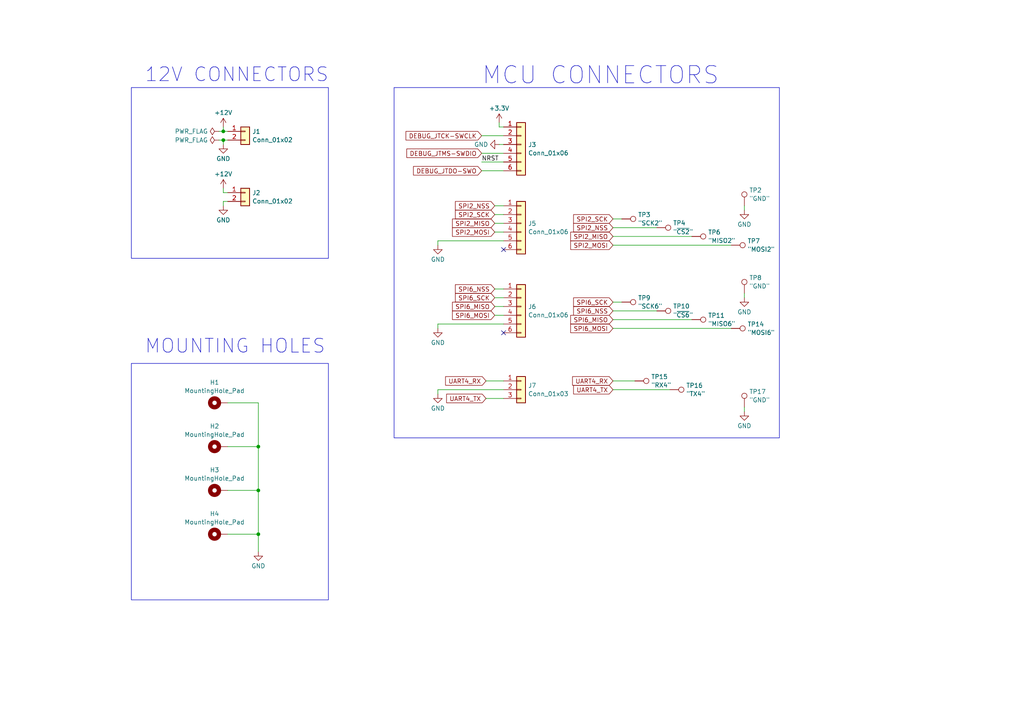
<source format=kicad_sch>
(kicad_sch
	(version 20231120)
	(generator "eeschema")
	(generator_version "8.0")
	(uuid "94ed9ea2-89f7-447a-9603-170ec4bd893e")
	(paper "A4")
	(lib_symbols
		(symbol "Connector:TestPoint"
			(pin_numbers hide)
			(pin_names
				(offset 0.762) hide)
			(exclude_from_sim no)
			(in_bom yes)
			(on_board yes)
			(property "Reference" "TP"
				(at 0 6.858 0)
				(effects
					(font
						(size 1.27 1.27)
					)
				)
			)
			(property "Value" "TestPoint"
				(at 0 5.08 0)
				(effects
					(font
						(size 1.27 1.27)
					)
				)
			)
			(property "Footprint" ""
				(at 5.08 0 0)
				(effects
					(font
						(size 1.27 1.27)
					)
					(hide yes)
				)
			)
			(property "Datasheet" "~"
				(at 5.08 0 0)
				(effects
					(font
						(size 1.27 1.27)
					)
					(hide yes)
				)
			)
			(property "Description" "test point"
				(at 0 0 0)
				(effects
					(font
						(size 1.27 1.27)
					)
					(hide yes)
				)
			)
			(property "ki_keywords" "test point tp"
				(at 0 0 0)
				(effects
					(font
						(size 1.27 1.27)
					)
					(hide yes)
				)
			)
			(property "ki_fp_filters" "Pin* Test*"
				(at 0 0 0)
				(effects
					(font
						(size 1.27 1.27)
					)
					(hide yes)
				)
			)
			(symbol "TestPoint_0_1"
				(circle
					(center 0 3.302)
					(radius 0.762)
					(stroke
						(width 0)
						(type default)
					)
					(fill
						(type none)
					)
				)
			)
			(symbol "TestPoint_1_1"
				(pin passive line
					(at 0 0 90)
					(length 2.54)
					(name "1"
						(effects
							(font
								(size 1.27 1.27)
							)
						)
					)
					(number "1"
						(effects
							(font
								(size 1.27 1.27)
							)
						)
					)
				)
			)
		)
		(symbol "Connector_Generic:Conn_01x02"
			(pin_names
				(offset 1.016) hide)
			(exclude_from_sim no)
			(in_bom yes)
			(on_board yes)
			(property "Reference" "J"
				(at 0 2.54 0)
				(effects
					(font
						(size 1.27 1.27)
					)
				)
			)
			(property "Value" "Conn_01x02"
				(at 0 -5.08 0)
				(effects
					(font
						(size 1.27 1.27)
					)
				)
			)
			(property "Footprint" ""
				(at 0 0 0)
				(effects
					(font
						(size 1.27 1.27)
					)
					(hide yes)
				)
			)
			(property "Datasheet" "~"
				(at 0 0 0)
				(effects
					(font
						(size 1.27 1.27)
					)
					(hide yes)
				)
			)
			(property "Description" "Generic connector, single row, 01x02, script generated (kicad-library-utils/schlib/autogen/connector/)"
				(at 0 0 0)
				(effects
					(font
						(size 1.27 1.27)
					)
					(hide yes)
				)
			)
			(property "ki_keywords" "connector"
				(at 0 0 0)
				(effects
					(font
						(size 1.27 1.27)
					)
					(hide yes)
				)
			)
			(property "ki_fp_filters" "Connector*:*_1x??_*"
				(at 0 0 0)
				(effects
					(font
						(size 1.27 1.27)
					)
					(hide yes)
				)
			)
			(symbol "Conn_01x02_1_1"
				(rectangle
					(start -1.27 -2.413)
					(end 0 -2.667)
					(stroke
						(width 0.1524)
						(type default)
					)
					(fill
						(type none)
					)
				)
				(rectangle
					(start -1.27 0.127)
					(end 0 -0.127)
					(stroke
						(width 0.1524)
						(type default)
					)
					(fill
						(type none)
					)
				)
				(rectangle
					(start -1.27 1.27)
					(end 1.27 -3.81)
					(stroke
						(width 0.254)
						(type default)
					)
					(fill
						(type background)
					)
				)
				(pin passive line
					(at -5.08 0 0)
					(length 3.81)
					(name "Pin_1"
						(effects
							(font
								(size 1.27 1.27)
							)
						)
					)
					(number "1"
						(effects
							(font
								(size 1.27 1.27)
							)
						)
					)
				)
				(pin passive line
					(at -5.08 -2.54 0)
					(length 3.81)
					(name "Pin_2"
						(effects
							(font
								(size 1.27 1.27)
							)
						)
					)
					(number "2"
						(effects
							(font
								(size 1.27 1.27)
							)
						)
					)
				)
			)
		)
		(symbol "Connector_Generic:Conn_01x03"
			(pin_names
				(offset 1.016) hide)
			(exclude_from_sim no)
			(in_bom yes)
			(on_board yes)
			(property "Reference" "J"
				(at 0 5.08 0)
				(effects
					(font
						(size 1.27 1.27)
					)
				)
			)
			(property "Value" "Conn_01x03"
				(at 0 -5.08 0)
				(effects
					(font
						(size 1.27 1.27)
					)
				)
			)
			(property "Footprint" ""
				(at 0 0 0)
				(effects
					(font
						(size 1.27 1.27)
					)
					(hide yes)
				)
			)
			(property "Datasheet" "~"
				(at 0 0 0)
				(effects
					(font
						(size 1.27 1.27)
					)
					(hide yes)
				)
			)
			(property "Description" "Generic connector, single row, 01x03, script generated (kicad-library-utils/schlib/autogen/connector/)"
				(at 0 0 0)
				(effects
					(font
						(size 1.27 1.27)
					)
					(hide yes)
				)
			)
			(property "ki_keywords" "connector"
				(at 0 0 0)
				(effects
					(font
						(size 1.27 1.27)
					)
					(hide yes)
				)
			)
			(property "ki_fp_filters" "Connector*:*_1x??_*"
				(at 0 0 0)
				(effects
					(font
						(size 1.27 1.27)
					)
					(hide yes)
				)
			)
			(symbol "Conn_01x03_1_1"
				(rectangle
					(start -1.27 -2.413)
					(end 0 -2.667)
					(stroke
						(width 0.1524)
						(type default)
					)
					(fill
						(type none)
					)
				)
				(rectangle
					(start -1.27 0.127)
					(end 0 -0.127)
					(stroke
						(width 0.1524)
						(type default)
					)
					(fill
						(type none)
					)
				)
				(rectangle
					(start -1.27 2.667)
					(end 0 2.413)
					(stroke
						(width 0.1524)
						(type default)
					)
					(fill
						(type none)
					)
				)
				(rectangle
					(start -1.27 3.81)
					(end 1.27 -3.81)
					(stroke
						(width 0.254)
						(type default)
					)
					(fill
						(type background)
					)
				)
				(pin passive line
					(at -5.08 2.54 0)
					(length 3.81)
					(name "Pin_1"
						(effects
							(font
								(size 1.27 1.27)
							)
						)
					)
					(number "1"
						(effects
							(font
								(size 1.27 1.27)
							)
						)
					)
				)
				(pin passive line
					(at -5.08 0 0)
					(length 3.81)
					(name "Pin_2"
						(effects
							(font
								(size 1.27 1.27)
							)
						)
					)
					(number "2"
						(effects
							(font
								(size 1.27 1.27)
							)
						)
					)
				)
				(pin passive line
					(at -5.08 -2.54 0)
					(length 3.81)
					(name "Pin_3"
						(effects
							(font
								(size 1.27 1.27)
							)
						)
					)
					(number "3"
						(effects
							(font
								(size 1.27 1.27)
							)
						)
					)
				)
			)
		)
		(symbol "Connector_Generic:Conn_01x06"
			(pin_names
				(offset 1.016) hide)
			(exclude_from_sim no)
			(in_bom yes)
			(on_board yes)
			(property "Reference" "J"
				(at 0 7.62 0)
				(effects
					(font
						(size 1.27 1.27)
					)
				)
			)
			(property "Value" "Conn_01x06"
				(at 0 -10.16 0)
				(effects
					(font
						(size 1.27 1.27)
					)
				)
			)
			(property "Footprint" ""
				(at 0 0 0)
				(effects
					(font
						(size 1.27 1.27)
					)
					(hide yes)
				)
			)
			(property "Datasheet" "~"
				(at 0 0 0)
				(effects
					(font
						(size 1.27 1.27)
					)
					(hide yes)
				)
			)
			(property "Description" "Generic connector, single row, 01x06, script generated (kicad-library-utils/schlib/autogen/connector/)"
				(at 0 0 0)
				(effects
					(font
						(size 1.27 1.27)
					)
					(hide yes)
				)
			)
			(property "ki_keywords" "connector"
				(at 0 0 0)
				(effects
					(font
						(size 1.27 1.27)
					)
					(hide yes)
				)
			)
			(property "ki_fp_filters" "Connector*:*_1x??_*"
				(at 0 0 0)
				(effects
					(font
						(size 1.27 1.27)
					)
					(hide yes)
				)
			)
			(symbol "Conn_01x06_1_1"
				(rectangle
					(start -1.27 -7.493)
					(end 0 -7.747)
					(stroke
						(width 0.1524)
						(type default)
					)
					(fill
						(type none)
					)
				)
				(rectangle
					(start -1.27 -4.953)
					(end 0 -5.207)
					(stroke
						(width 0.1524)
						(type default)
					)
					(fill
						(type none)
					)
				)
				(rectangle
					(start -1.27 -2.413)
					(end 0 -2.667)
					(stroke
						(width 0.1524)
						(type default)
					)
					(fill
						(type none)
					)
				)
				(rectangle
					(start -1.27 0.127)
					(end 0 -0.127)
					(stroke
						(width 0.1524)
						(type default)
					)
					(fill
						(type none)
					)
				)
				(rectangle
					(start -1.27 2.667)
					(end 0 2.413)
					(stroke
						(width 0.1524)
						(type default)
					)
					(fill
						(type none)
					)
				)
				(rectangle
					(start -1.27 5.207)
					(end 0 4.953)
					(stroke
						(width 0.1524)
						(type default)
					)
					(fill
						(type none)
					)
				)
				(rectangle
					(start -1.27 6.35)
					(end 1.27 -8.89)
					(stroke
						(width 0.254)
						(type default)
					)
					(fill
						(type background)
					)
				)
				(pin passive line
					(at -5.08 5.08 0)
					(length 3.81)
					(name "Pin_1"
						(effects
							(font
								(size 1.27 1.27)
							)
						)
					)
					(number "1"
						(effects
							(font
								(size 1.27 1.27)
							)
						)
					)
				)
				(pin passive line
					(at -5.08 2.54 0)
					(length 3.81)
					(name "Pin_2"
						(effects
							(font
								(size 1.27 1.27)
							)
						)
					)
					(number "2"
						(effects
							(font
								(size 1.27 1.27)
							)
						)
					)
				)
				(pin passive line
					(at -5.08 0 0)
					(length 3.81)
					(name "Pin_3"
						(effects
							(font
								(size 1.27 1.27)
							)
						)
					)
					(number "3"
						(effects
							(font
								(size 1.27 1.27)
							)
						)
					)
				)
				(pin passive line
					(at -5.08 -2.54 0)
					(length 3.81)
					(name "Pin_4"
						(effects
							(font
								(size 1.27 1.27)
							)
						)
					)
					(number "4"
						(effects
							(font
								(size 1.27 1.27)
							)
						)
					)
				)
				(pin passive line
					(at -5.08 -5.08 0)
					(length 3.81)
					(name "Pin_5"
						(effects
							(font
								(size 1.27 1.27)
							)
						)
					)
					(number "5"
						(effects
							(font
								(size 1.27 1.27)
							)
						)
					)
				)
				(pin passive line
					(at -5.08 -7.62 0)
					(length 3.81)
					(name "Pin_6"
						(effects
							(font
								(size 1.27 1.27)
							)
						)
					)
					(number "6"
						(effects
							(font
								(size 1.27 1.27)
							)
						)
					)
				)
			)
		)
		(symbol "Mechanical:MountingHole_Pad"
			(pin_numbers hide)
			(pin_names
				(offset 1.016) hide)
			(exclude_from_sim no)
			(in_bom yes)
			(on_board yes)
			(property "Reference" "H"
				(at 0 6.35 0)
				(effects
					(font
						(size 1.27 1.27)
					)
				)
			)
			(property "Value" "MountingHole_Pad"
				(at 0 4.445 0)
				(effects
					(font
						(size 1.27 1.27)
					)
				)
			)
			(property "Footprint" ""
				(at 0 0 0)
				(effects
					(font
						(size 1.27 1.27)
					)
					(hide yes)
				)
			)
			(property "Datasheet" "~"
				(at 0 0 0)
				(effects
					(font
						(size 1.27 1.27)
					)
					(hide yes)
				)
			)
			(property "Description" "Mounting Hole with connection"
				(at 0 0 0)
				(effects
					(font
						(size 1.27 1.27)
					)
					(hide yes)
				)
			)
			(property "ki_keywords" "mounting hole"
				(at 0 0 0)
				(effects
					(font
						(size 1.27 1.27)
					)
					(hide yes)
				)
			)
			(property "ki_fp_filters" "MountingHole*Pad*"
				(at 0 0 0)
				(effects
					(font
						(size 1.27 1.27)
					)
					(hide yes)
				)
			)
			(symbol "MountingHole_Pad_0_1"
				(circle
					(center 0 1.27)
					(radius 1.27)
					(stroke
						(width 1.27)
						(type default)
					)
					(fill
						(type none)
					)
				)
			)
			(symbol "MountingHole_Pad_1_1"
				(pin input line
					(at 0 -2.54 90)
					(length 2.54)
					(name "1"
						(effects
							(font
								(size 1.27 1.27)
							)
						)
					)
					(number "1"
						(effects
							(font
								(size 1.27 1.27)
							)
						)
					)
				)
			)
		)
		(symbol "power:+12V"
			(power)
			(pin_names
				(offset 0)
			)
			(exclude_from_sim no)
			(in_bom yes)
			(on_board yes)
			(property "Reference" "#PWR"
				(at 0 -3.81 0)
				(effects
					(font
						(size 1.27 1.27)
					)
					(hide yes)
				)
			)
			(property "Value" "+12V"
				(at 0 3.556 0)
				(effects
					(font
						(size 1.27 1.27)
					)
				)
			)
			(property "Footprint" ""
				(at 0 0 0)
				(effects
					(font
						(size 1.27 1.27)
					)
					(hide yes)
				)
			)
			(property "Datasheet" ""
				(at 0 0 0)
				(effects
					(font
						(size 1.27 1.27)
					)
					(hide yes)
				)
			)
			(property "Description" "Power symbol creates a global label with name \"+12V\""
				(at 0 0 0)
				(effects
					(font
						(size 1.27 1.27)
					)
					(hide yes)
				)
			)
			(property "ki_keywords" "global power"
				(at 0 0 0)
				(effects
					(font
						(size 1.27 1.27)
					)
					(hide yes)
				)
			)
			(symbol "+12V_0_1"
				(polyline
					(pts
						(xy -0.762 1.27) (xy 0 2.54)
					)
					(stroke
						(width 0)
						(type default)
					)
					(fill
						(type none)
					)
				)
				(polyline
					(pts
						(xy 0 0) (xy 0 2.54)
					)
					(stroke
						(width 0)
						(type default)
					)
					(fill
						(type none)
					)
				)
				(polyline
					(pts
						(xy 0 2.54) (xy 0.762 1.27)
					)
					(stroke
						(width 0)
						(type default)
					)
					(fill
						(type none)
					)
				)
			)
			(symbol "+12V_1_1"
				(pin power_in line
					(at 0 0 90)
					(length 0) hide
					(name "+12V"
						(effects
							(font
								(size 1.27 1.27)
							)
						)
					)
					(number "1"
						(effects
							(font
								(size 1.27 1.27)
							)
						)
					)
				)
			)
		)
		(symbol "power:+3.3V"
			(power)
			(pin_names
				(offset 0)
			)
			(exclude_from_sim no)
			(in_bom yes)
			(on_board yes)
			(property "Reference" "#PWR"
				(at 0 -3.81 0)
				(effects
					(font
						(size 1.27 1.27)
					)
					(hide yes)
				)
			)
			(property "Value" "+3.3V"
				(at 0 3.556 0)
				(effects
					(font
						(size 1.27 1.27)
					)
				)
			)
			(property "Footprint" ""
				(at 0 0 0)
				(effects
					(font
						(size 1.27 1.27)
					)
					(hide yes)
				)
			)
			(property "Datasheet" ""
				(at 0 0 0)
				(effects
					(font
						(size 1.27 1.27)
					)
					(hide yes)
				)
			)
			(property "Description" "Power symbol creates a global label with name \"+3.3V\""
				(at 0 0 0)
				(effects
					(font
						(size 1.27 1.27)
					)
					(hide yes)
				)
			)
			(property "ki_keywords" "global power"
				(at 0 0 0)
				(effects
					(font
						(size 1.27 1.27)
					)
					(hide yes)
				)
			)
			(symbol "+3.3V_0_1"
				(polyline
					(pts
						(xy -0.762 1.27) (xy 0 2.54)
					)
					(stroke
						(width 0)
						(type default)
					)
					(fill
						(type none)
					)
				)
				(polyline
					(pts
						(xy 0 0) (xy 0 2.54)
					)
					(stroke
						(width 0)
						(type default)
					)
					(fill
						(type none)
					)
				)
				(polyline
					(pts
						(xy 0 2.54) (xy 0.762 1.27)
					)
					(stroke
						(width 0)
						(type default)
					)
					(fill
						(type none)
					)
				)
			)
			(symbol "+3.3V_1_1"
				(pin power_in line
					(at 0 0 90)
					(length 0) hide
					(name "+3.3V"
						(effects
							(font
								(size 1.27 1.27)
							)
						)
					)
					(number "1"
						(effects
							(font
								(size 1.27 1.27)
							)
						)
					)
				)
			)
		)
		(symbol "power:GND"
			(power)
			(pin_names
				(offset 0)
			)
			(exclude_from_sim no)
			(in_bom yes)
			(on_board yes)
			(property "Reference" "#PWR"
				(at 0 -6.35 0)
				(effects
					(font
						(size 1.27 1.27)
					)
					(hide yes)
				)
			)
			(property "Value" "GND"
				(at 0 -3.81 0)
				(effects
					(font
						(size 1.27 1.27)
					)
				)
			)
			(property "Footprint" ""
				(at 0 0 0)
				(effects
					(font
						(size 1.27 1.27)
					)
					(hide yes)
				)
			)
			(property "Datasheet" ""
				(at 0 0 0)
				(effects
					(font
						(size 1.27 1.27)
					)
					(hide yes)
				)
			)
			(property "Description" "Power symbol creates a global label with name \"GND\" , ground"
				(at 0 0 0)
				(effects
					(font
						(size 1.27 1.27)
					)
					(hide yes)
				)
			)
			(property "ki_keywords" "global power"
				(at 0 0 0)
				(effects
					(font
						(size 1.27 1.27)
					)
					(hide yes)
				)
			)
			(symbol "GND_0_1"
				(polyline
					(pts
						(xy 0 0) (xy 0 -1.27) (xy 1.27 -1.27) (xy 0 -2.54) (xy -1.27 -1.27) (xy 0 -1.27)
					)
					(stroke
						(width 0)
						(type default)
					)
					(fill
						(type none)
					)
				)
			)
			(symbol "GND_1_1"
				(pin power_in line
					(at 0 0 270)
					(length 0) hide
					(name "GND"
						(effects
							(font
								(size 1.27 1.27)
							)
						)
					)
					(number "1"
						(effects
							(font
								(size 1.27 1.27)
							)
						)
					)
				)
			)
		)
		(symbol "power:PWR_FLAG"
			(power)
			(pin_numbers hide)
			(pin_names
				(offset 0) hide)
			(exclude_from_sim no)
			(in_bom yes)
			(on_board yes)
			(property "Reference" "#FLG"
				(at 0 1.905 0)
				(effects
					(font
						(size 1.27 1.27)
					)
					(hide yes)
				)
			)
			(property "Value" "PWR_FLAG"
				(at 0 3.81 0)
				(effects
					(font
						(size 1.27 1.27)
					)
				)
			)
			(property "Footprint" ""
				(at 0 0 0)
				(effects
					(font
						(size 1.27 1.27)
					)
					(hide yes)
				)
			)
			(property "Datasheet" "~"
				(at 0 0 0)
				(effects
					(font
						(size 1.27 1.27)
					)
					(hide yes)
				)
			)
			(property "Description" "Special symbol for telling ERC where power comes from"
				(at 0 0 0)
				(effects
					(font
						(size 1.27 1.27)
					)
					(hide yes)
				)
			)
			(property "ki_keywords" "flag power"
				(at 0 0 0)
				(effects
					(font
						(size 1.27 1.27)
					)
					(hide yes)
				)
			)
			(symbol "PWR_FLAG_0_0"
				(pin power_out line
					(at 0 0 90)
					(length 0)
					(name "pwr"
						(effects
							(font
								(size 1.27 1.27)
							)
						)
					)
					(number "1"
						(effects
							(font
								(size 1.27 1.27)
							)
						)
					)
				)
			)
			(symbol "PWR_FLAG_0_1"
				(polyline
					(pts
						(xy 0 0) (xy 0 1.27) (xy -1.016 1.905) (xy 0 2.54) (xy 1.016 1.905) (xy 0 1.27)
					)
					(stroke
						(width 0)
						(type default)
					)
					(fill
						(type none)
					)
				)
			)
		)
	)
	(junction
		(at 74.93 129.54)
		(diameter 0)
		(color 0 0 0 0)
		(uuid "280d5e51-c9c4-49eb-bfcd-7ca2a0a54635")
	)
	(junction
		(at 64.77 40.64)
		(diameter 0)
		(color 0 0 0 0)
		(uuid "4139bc71-7f94-469e-ba07-97b902e1040a")
	)
	(junction
		(at 74.93 154.94)
		(diameter 0)
		(color 0 0 0 0)
		(uuid "49d440b0-6518-403c-a915-4b911228ecab")
	)
	(junction
		(at 74.93 142.24)
		(diameter 0)
		(color 0 0 0 0)
		(uuid "b7fa9296-bedd-435d-827b-6ae519008068")
	)
	(junction
		(at 64.77 38.1)
		(diameter 0)
		(color 0 0 0 0)
		(uuid "c35abceb-3215-42aa-a6a4-1b94c9eeeaf4")
	)
	(no_connect
		(at 146.05 96.52)
		(uuid "2618bb19-18e4-4d57-9360-a568a2194d0e")
	)
	(no_connect
		(at 146.05 72.39)
		(uuid "68445871-0150-4584-8e20-e25c6aa0589e")
	)
	(wire
		(pts
			(xy 177.8 66.04) (xy 190.5 66.04)
		)
		(stroke
			(width 0)
			(type default)
		)
		(uuid "09451bac-11ae-4583-bee9-295227281ae0")
	)
	(wire
		(pts
			(xy 74.93 129.54) (xy 74.93 142.24)
		)
		(stroke
			(width 0)
			(type default)
		)
		(uuid "0cdc9cb6-b90a-45ff-ba0b-bf4be510ab49")
	)
	(wire
		(pts
			(xy 74.93 116.84) (xy 74.93 129.54)
		)
		(stroke
			(width 0)
			(type default)
		)
		(uuid "0df09b35-b3d5-421d-9c95-e71b971e43ae")
	)
	(wire
		(pts
			(xy 143.51 59.69) (xy 146.05 59.69)
		)
		(stroke
			(width 0)
			(type default)
		)
		(uuid "133fbd78-117b-447f-a1de-ef97ec604e65")
	)
	(wire
		(pts
			(xy 64.77 38.1) (xy 64.77 36.83)
		)
		(stroke
			(width 0)
			(type default)
		)
		(uuid "23bc979f-f6b1-4173-bff2-b1ac94244ad3")
	)
	(wire
		(pts
			(xy 64.77 55.88) (xy 66.04 55.88)
		)
		(stroke
			(width 0)
			(type default)
		)
		(uuid "25173bb4-6022-4188-a8de-f0ff38d80002")
	)
	(wire
		(pts
			(xy 127 69.85) (xy 127 71.12)
		)
		(stroke
			(width 0)
			(type default)
		)
		(uuid "2888d928-c175-401f-881c-484e6d9c7abd")
	)
	(wire
		(pts
			(xy 177.8 71.12) (xy 212.09 71.12)
		)
		(stroke
			(width 0)
			(type default)
		)
		(uuid "3766e584-55bf-4173-b3fc-1d341164bdca")
	)
	(wire
		(pts
			(xy 143.51 62.23) (xy 146.05 62.23)
		)
		(stroke
			(width 0)
			(type default)
		)
		(uuid "395fcc88-8592-43e5-a3c7-035b8ee5ee5f")
	)
	(wire
		(pts
			(xy 64.77 58.42) (xy 64.77 59.69)
		)
		(stroke
			(width 0)
			(type default)
		)
		(uuid "40a04a0c-2471-41b6-9811-fbe5e507c390")
	)
	(wire
		(pts
			(xy 140.97 115.57) (xy 146.05 115.57)
		)
		(stroke
			(width 0)
			(type default)
		)
		(uuid "4a38b220-b568-4bc1-ba90-08f4cb118a8e")
	)
	(wire
		(pts
			(xy 74.93 142.24) (xy 74.93 154.94)
		)
		(stroke
			(width 0)
			(type default)
		)
		(uuid "4b42147a-ed33-4302-8a0d-139372390c8e")
	)
	(wire
		(pts
			(xy 215.9 118.11) (xy 215.9 119.38)
		)
		(stroke
			(width 0)
			(type default)
		)
		(uuid "4cd39ce7-cd19-4748-9166-54e701924fa3")
	)
	(wire
		(pts
			(xy 146.05 67.31) (xy 143.51 67.31)
		)
		(stroke
			(width 0)
			(type default)
		)
		(uuid "4d410705-0b40-4f9c-92ab-35308cab7a59")
	)
	(wire
		(pts
			(xy 127 93.98) (xy 127 95.25)
		)
		(stroke
			(width 0)
			(type default)
		)
		(uuid "4e579067-783d-4f7c-ab49-c0d06000b7b0")
	)
	(wire
		(pts
			(xy 177.8 87.63) (xy 180.34 87.63)
		)
		(stroke
			(width 0)
			(type default)
		)
		(uuid "55084ea4-e27d-4d0b-8c99-83c15f96b08b")
	)
	(wire
		(pts
			(xy 139.7 46.99) (xy 146.05 46.99)
		)
		(stroke
			(width 0)
			(type default)
		)
		(uuid "5a636c3a-db9f-4e60-bf4f-346b43dcc96b")
	)
	(wire
		(pts
			(xy 64.77 54.61) (xy 64.77 55.88)
		)
		(stroke
			(width 0)
			(type default)
		)
		(uuid "64e9cf71-f3f9-4e78-aeb8-80849d7fa00a")
	)
	(wire
		(pts
			(xy 63.5 38.1) (xy 64.77 38.1)
		)
		(stroke
			(width 0)
			(type default)
		)
		(uuid "79961baf-643d-477f-a68f-c0973e2f34bf")
	)
	(wire
		(pts
			(xy 63.5 40.64) (xy 64.77 40.64)
		)
		(stroke
			(width 0)
			(type default)
		)
		(uuid "7fb7f019-d9c4-4b62-a49e-424273266f24")
	)
	(wire
		(pts
			(xy 66.04 116.84) (xy 74.93 116.84)
		)
		(stroke
			(width 0)
			(type default)
		)
		(uuid "808f32e0-d4e1-43eb-9aa5-2a1648d89759")
	)
	(wire
		(pts
			(xy 140.97 110.49) (xy 146.05 110.49)
		)
		(stroke
			(width 0)
			(type default)
		)
		(uuid "89db35a9-0251-4ff5-af4e-14e829894747")
	)
	(wire
		(pts
			(xy 66.04 142.24) (xy 74.93 142.24)
		)
		(stroke
			(width 0)
			(type default)
		)
		(uuid "8a1fe84e-8303-43c0-b774-ee469533fbc3")
	)
	(wire
		(pts
			(xy 177.8 68.58) (xy 200.66 68.58)
		)
		(stroke
			(width 0)
			(type default)
		)
		(uuid "8b14372d-def6-4db8-ab6f-30a34d25cd0a")
	)
	(wire
		(pts
			(xy 127 113.03) (xy 127 114.3)
		)
		(stroke
			(width 0)
			(type default)
		)
		(uuid "a46af5cd-a2c2-4124-a1bd-7e59aeaa94da")
	)
	(wire
		(pts
			(xy 215.9 85.09) (xy 215.9 86.36)
		)
		(stroke
			(width 0)
			(type default)
		)
		(uuid "ad250489-c8f1-4283-a9ca-0d3eef717b13")
	)
	(wire
		(pts
			(xy 143.51 86.36) (xy 146.05 86.36)
		)
		(stroke
			(width 0)
			(type default)
		)
		(uuid "b1a1f9ce-1dbe-4733-9a08-6b569bd72d16")
	)
	(wire
		(pts
			(xy 177.8 63.5) (xy 180.34 63.5)
		)
		(stroke
			(width 0)
			(type default)
		)
		(uuid "b3c7bb0c-966d-4288-8e43-4e9e078dc1fe")
	)
	(wire
		(pts
			(xy 139.7 44.45) (xy 146.05 44.45)
		)
		(stroke
			(width 0)
			(type default)
		)
		(uuid "b7466ab9-8f5c-408e-b07e-cc5efd30aa51")
	)
	(wire
		(pts
			(xy 74.93 154.94) (xy 74.93 160.02)
		)
		(stroke
			(width 0)
			(type default)
		)
		(uuid "baf91e44-0605-4762-aca2-5722af91aeb0")
	)
	(wire
		(pts
			(xy 64.77 38.1) (xy 66.04 38.1)
		)
		(stroke
			(width 0)
			(type default)
		)
		(uuid "c7d8ef98-cc7f-445b-9f8c-313513a37da1")
	)
	(wire
		(pts
			(xy 127 69.85) (xy 146.05 69.85)
		)
		(stroke
			(width 0)
			(type default)
		)
		(uuid "cc6c2e55-78b0-44b5-ad74-65f0a4bf420d")
	)
	(wire
		(pts
			(xy 127 93.98) (xy 146.05 93.98)
		)
		(stroke
			(width 0)
			(type default)
		)
		(uuid "cdc1a87c-fc2e-4f6e-bd55-deba9d222fb2")
	)
	(wire
		(pts
			(xy 64.77 40.64) (xy 64.77 41.91)
		)
		(stroke
			(width 0)
			(type default)
		)
		(uuid "d1a62f4c-9373-419a-bed1-afd4df230115")
	)
	(wire
		(pts
			(xy 177.8 95.25) (xy 212.09 95.25)
		)
		(stroke
			(width 0)
			(type default)
		)
		(uuid "d49bfb6c-569e-4c21-8c57-7bddb36ae9ed")
	)
	(wire
		(pts
			(xy 177.8 110.49) (xy 184.15 110.49)
		)
		(stroke
			(width 0)
			(type default)
		)
		(uuid "d823e829-8d3e-4a47-99e7-0440f41e3869")
	)
	(wire
		(pts
			(xy 64.77 58.42) (xy 66.04 58.42)
		)
		(stroke
			(width 0)
			(type default)
		)
		(uuid "dcac7c63-3ab1-4070-86fa-256ac92305e0")
	)
	(wire
		(pts
			(xy 144.78 41.91) (xy 146.05 41.91)
		)
		(stroke
			(width 0)
			(type default)
		)
		(uuid "ddcb8dcd-e04c-4975-90ae-69255128a36d")
	)
	(wire
		(pts
			(xy 143.51 91.44) (xy 146.05 91.44)
		)
		(stroke
			(width 0)
			(type default)
		)
		(uuid "df66058f-118c-46ee-b7ac-aa312b2c8f5a")
	)
	(wire
		(pts
			(xy 127 113.03) (xy 146.05 113.03)
		)
		(stroke
			(width 0)
			(type default)
		)
		(uuid "e14fd4f2-75e3-4145-b851-39646c642423")
	)
	(wire
		(pts
			(xy 144.78 35.56) (xy 144.78 36.83)
		)
		(stroke
			(width 0)
			(type default)
		)
		(uuid "e7a8a0be-f6b5-4e84-8b12-2e8d3a255082")
	)
	(wire
		(pts
			(xy 139.7 39.37) (xy 146.05 39.37)
		)
		(stroke
			(width 0)
			(type default)
		)
		(uuid "e845fcd5-c870-41ef-a485-dd70e37f26b6")
	)
	(wire
		(pts
			(xy 143.51 64.77) (xy 146.05 64.77)
		)
		(stroke
			(width 0)
			(type default)
		)
		(uuid "ea8326d2-f082-4617-88c6-485cddf9d996")
	)
	(wire
		(pts
			(xy 66.04 154.94) (xy 74.93 154.94)
		)
		(stroke
			(width 0)
			(type default)
		)
		(uuid "ee101405-3917-4581-b373-534ee27c6303")
	)
	(wire
		(pts
			(xy 144.78 36.83) (xy 146.05 36.83)
		)
		(stroke
			(width 0)
			(type default)
		)
		(uuid "ef20d78e-164d-4d26-ae45-858ca9dd1aef")
	)
	(wire
		(pts
			(xy 139.7 49.53) (xy 146.05 49.53)
		)
		(stroke
			(width 0)
			(type default)
		)
		(uuid "f081add2-af03-4159-9c7e-cd860497a0ec")
	)
	(wire
		(pts
			(xy 177.8 90.17) (xy 190.5 90.17)
		)
		(stroke
			(width 0)
			(type default)
		)
		(uuid "f2ee5732-ea63-4be3-93a8-ff78b0dd79cd")
	)
	(wire
		(pts
			(xy 143.51 83.82) (xy 146.05 83.82)
		)
		(stroke
			(width 0)
			(type default)
		)
		(uuid "f34af724-37a5-4b83-a623-b49943b93dba")
	)
	(wire
		(pts
			(xy 143.51 88.9) (xy 146.05 88.9)
		)
		(stroke
			(width 0)
			(type default)
		)
		(uuid "f4ae6435-76e9-4ace-8b81-ad1c8c0a7f71")
	)
	(wire
		(pts
			(xy 66.04 129.54) (xy 74.93 129.54)
		)
		(stroke
			(width 0)
			(type default)
		)
		(uuid "f6037538-7b2e-4fd7-b175-972349021027")
	)
	(wire
		(pts
			(xy 177.8 92.71) (xy 200.66 92.71)
		)
		(stroke
			(width 0)
			(type default)
		)
		(uuid "f62880c2-a5cb-4b6b-931d-fd3b491f11c8")
	)
	(wire
		(pts
			(xy 64.77 40.64) (xy 66.04 40.64)
		)
		(stroke
			(width 0)
			(type default)
		)
		(uuid "f71b1b5f-28c0-43e1-9651-3239e94a503d")
	)
	(wire
		(pts
			(xy 215.9 59.69) (xy 215.9 60.96)
		)
		(stroke
			(width 0)
			(type default)
		)
		(uuid "f71eac43-a7f8-45fe-ad13-c56eb605c8e5")
	)
	(wire
		(pts
			(xy 177.8 113.03) (xy 194.31 113.03)
		)
		(stroke
			(width 0)
			(type default)
		)
		(uuid "fed7b903-52cd-4db9-ba24-f0033189f182")
	)
	(rectangle
		(start 114.3 25.4)
		(end 226.06 127)
		(stroke
			(width 0)
			(type default)
		)
		(fill
			(type none)
		)
		(uuid 1acd0392-0363-4e87-9c15-ac27ab78818f)
	)
	(rectangle
		(start 38.1 25.4)
		(end 95.25 74.93)
		(stroke
			(width 0)
			(type default)
		)
		(fill
			(type none)
		)
		(uuid 7cc494ce-9c9d-44fc-9708-2a86d96ef7fa)
	)
	(rectangle
		(start 38.1 105.41)
		(end 95.25 173.99)
		(stroke
			(width 0)
			(type default)
		)
		(fill
			(type none)
		)
		(uuid 8ac90627-6ae7-431c-b3b8-f427bb0c4be4)
	)
	(text "MCU CONNECTORS"
		(exclude_from_sim no)
		(at 139.7 24.892 0)
		(effects
			(font
				(size 5 5)
			)
			(justify left bottom)
		)
		(uuid "3c1b41b6-1e53-4013-8c4e-a494142440ba")
	)
	(text "12V CONNECTORS"
		(exclude_from_sim no)
		(at 41.91 24.13 0)
		(effects
			(font
				(size 4 4)
			)
			(justify left bottom)
		)
		(uuid "7f47e083-d18d-4f3e-898c-a475bf2a6b3a")
	)
	(text "MOUNTING HOLES"
		(exclude_from_sim no)
		(at 41.91 102.87 0)
		(effects
			(font
				(size 4 4)
			)
			(justify left bottom)
		)
		(uuid "bc4cd8d8-771f-429a-a07d-4e60b1c1a3c7")
	)
	(label "NRST"
		(at 139.7 46.99 0)
		(fields_autoplaced yes)
		(effects
			(font
				(size 1.27 1.27)
			)
			(justify left bottom)
		)
		(uuid "f7afd29e-0dd8-4718-a41d-562d8b109022")
	)
	(global_label "SPI2_MISO"
		(shape input)
		(at 177.8 68.58 180)
		(fields_autoplaced yes)
		(effects
			(font
				(size 1.27 1.27)
			)
			(justify right)
		)
		(uuid "05f7c611-646b-4347-b8cb-f6440a96f7fe")
		(property "Intersheetrefs" "${INTERSHEET_REFS}"
			(at 164.9572 68.58 0)
			(effects
				(font
					(size 1.27 1.27)
				)
				(justify right)
				(hide yes)
			)
		)
	)
	(global_label "SPI2_SCK"
		(shape input)
		(at 143.51 62.23 180)
		(fields_autoplaced yes)
		(effects
			(font
				(size 1.27 1.27)
			)
			(justify right)
		)
		(uuid "0be4fc7f-45c6-433f-bc6b-b05cf859e8e5")
		(property "Intersheetrefs" "${INTERSHEET_REFS}"
			(at 131.5139 62.23 0)
			(effects
				(font
					(size 1.27 1.27)
				)
				(justify right)
				(hide yes)
			)
		)
	)
	(global_label "SPI6_NSS"
		(shape input)
		(at 177.8 90.17 180)
		(fields_autoplaced yes)
		(effects
			(font
				(size 1.27 1.27)
			)
			(justify right)
		)
		(uuid "1804de60-8ac6-447a-ae3f-47f612fe59c8")
		(property "Intersheetrefs" "${INTERSHEET_REFS}"
			(at 165.8039 90.17 0)
			(effects
				(font
					(size 1.27 1.27)
				)
				(justify right)
				(hide yes)
			)
		)
	)
	(global_label "SPI2_SCK"
		(shape input)
		(at 177.8 63.5 180)
		(fields_autoplaced yes)
		(effects
			(font
				(size 1.27 1.27)
			)
			(justify right)
		)
		(uuid "222c72a6-13aa-43e3-a0ad-84d544252e75")
		(property "Intersheetrefs" "${INTERSHEET_REFS}"
			(at 165.8039 63.5 0)
			(effects
				(font
					(size 1.27 1.27)
				)
				(justify right)
				(hide yes)
			)
		)
	)
	(global_label "SPI2_MISO"
		(shape input)
		(at 143.51 64.77 180)
		(fields_autoplaced yes)
		(effects
			(font
				(size 1.27 1.27)
			)
			(justify right)
		)
		(uuid "26d7d204-cde6-4d97-b80b-173e3e87421c")
		(property "Intersheetrefs" "${INTERSHEET_REFS}"
			(at 130.6672 64.77 0)
			(effects
				(font
					(size 1.27 1.27)
				)
				(justify right)
				(hide yes)
			)
		)
	)
	(global_label "UART4_TX"
		(shape input)
		(at 140.97 115.57 180)
		(fields_autoplaced yes)
		(effects
			(font
				(size 1.27 1.27)
			)
			(justify right)
		)
		(uuid "27c306df-9229-4df9-8c51-64ef72ba6354")
		(property "Intersheetrefs" "${INTERSHEET_REFS}"
			(at 128.9739 115.57 0)
			(effects
				(font
					(size 1.27 1.27)
				)
				(justify right)
				(hide yes)
			)
		)
	)
	(global_label "UART4_RX"
		(shape input)
		(at 140.97 110.49 180)
		(fields_autoplaced yes)
		(effects
			(font
				(size 1.27 1.27)
			)
			(justify right)
		)
		(uuid "42bbab15-3b53-40dd-b82b-96e2a22b52b3")
		(property "Intersheetrefs" "${INTERSHEET_REFS}"
			(at 128.6715 110.49 0)
			(effects
				(font
					(size 1.27 1.27)
				)
				(justify right)
				(hide yes)
			)
		)
	)
	(global_label "SPI6_NSS"
		(shape input)
		(at 143.51 83.82 180)
		(fields_autoplaced yes)
		(effects
			(font
				(size 1.27 1.27)
			)
			(justify right)
		)
		(uuid "4576ef44-ee7a-43da-a03e-170277def445")
		(property "Intersheetrefs" "${INTERSHEET_REFS}"
			(at 131.5139 83.82 0)
			(effects
				(font
					(size 1.27 1.27)
				)
				(justify right)
				(hide yes)
			)
		)
	)
	(global_label "SPI6_MOSI"
		(shape input)
		(at 143.51 91.44 180)
		(fields_autoplaced yes)
		(effects
			(font
				(size 1.27 1.27)
			)
			(justify right)
		)
		(uuid "5efc4c4b-6454-4db4-9c69-0ef2b8c98492")
		(property "Intersheetrefs" "${INTERSHEET_REFS}"
			(at 130.6672 91.44 0)
			(effects
				(font
					(size 1.27 1.27)
				)
				(justify right)
				(hide yes)
			)
		)
	)
	(global_label "DEBUG_JTCK-SWCLK"
		(shape input)
		(at 139.7 39.37 180)
		(fields_autoplaced yes)
		(effects
			(font
				(size 1.27 1.27)
			)
			(justify right)
		)
		(uuid "72c8fe54-4eb5-459c-a47e-75e905d3ae2c")
		(property "Intersheetrefs" "${INTERSHEET_REFS}"
			(at 117.1811 39.37 0)
			(effects
				(font
					(size 1.27 1.27)
				)
				(justify right)
				(hide yes)
			)
		)
	)
	(global_label "DEBUG_JTMS-SWDIO"
		(shape input)
		(at 139.7 44.45 180)
		(fields_autoplaced yes)
		(effects
			(font
				(size 1.27 1.27)
			)
			(justify right)
		)
		(uuid "7a8a2b69-fbad-4a92-b5f7-4c245430240d")
		(property "Intersheetrefs" "${INTERSHEET_REFS}"
			(at 117.423 44.45 0)
			(effects
				(font
					(size 1.27 1.27)
				)
				(justify right)
				(hide yes)
			)
		)
	)
	(global_label "UART4_RX"
		(shape input)
		(at 177.8 110.49 180)
		(fields_autoplaced yes)
		(effects
			(font
				(size 1.27 1.27)
			)
			(justify right)
		)
		(uuid "7c7b87d1-0bd9-4497-9335-11d806cfb094")
		(property "Intersheetrefs" "${INTERSHEET_REFS}"
			(at 165.5015 110.49 0)
			(effects
				(font
					(size 1.27 1.27)
				)
				(justify right)
				(hide yes)
			)
		)
	)
	(global_label "SPI2_NSS"
		(shape input)
		(at 177.8 66.04 180)
		(fields_autoplaced yes)
		(effects
			(font
				(size 1.27 1.27)
			)
			(justify right)
		)
		(uuid "7faa0e57-8dc6-4508-baa9-80fdebc46a11")
		(property "Intersheetrefs" "${INTERSHEET_REFS}"
			(at 165.8039 66.04 0)
			(effects
				(font
					(size 1.27 1.27)
				)
				(justify right)
				(hide yes)
			)
		)
	)
	(global_label "SPI2_NSS"
		(shape input)
		(at 143.51 59.69 180)
		(fields_autoplaced yes)
		(effects
			(font
				(size 1.27 1.27)
			)
			(justify right)
		)
		(uuid "8d7a1033-08e0-4179-8d35-c6e438838433")
		(property "Intersheetrefs" "${INTERSHEET_REFS}"
			(at 131.5139 59.69 0)
			(effects
				(font
					(size 1.27 1.27)
				)
				(justify right)
				(hide yes)
			)
		)
	)
	(global_label "UART4_TX"
		(shape input)
		(at 177.8 113.03 180)
		(fields_autoplaced yes)
		(effects
			(font
				(size 1.27 1.27)
			)
			(justify right)
		)
		(uuid "991876e7-d8a6-4991-8fcc-74bf4ca92b5f")
		(property "Intersheetrefs" "${INTERSHEET_REFS}"
			(at 165.8039 113.03 0)
			(effects
				(font
					(size 1.27 1.27)
				)
				(justify right)
				(hide yes)
			)
		)
	)
	(global_label "SPI2_MOSI"
		(shape input)
		(at 143.51 67.31 180)
		(fields_autoplaced yes)
		(effects
			(font
				(size 1.27 1.27)
			)
			(justify right)
		)
		(uuid "9abd364d-1034-4f5a-98fa-507c3c8a4e24")
		(property "Intersheetrefs" "${INTERSHEET_REFS}"
			(at 130.6672 67.31 0)
			(effects
				(font
					(size 1.27 1.27)
				)
				(justify right)
				(hide yes)
			)
		)
	)
	(global_label "SPI6_SCK"
		(shape input)
		(at 143.51 86.36 180)
		(fields_autoplaced yes)
		(effects
			(font
				(size 1.27 1.27)
			)
			(justify right)
		)
		(uuid "a252b9cb-d5e6-4005-abde-fbf7536722e3")
		(property "Intersheetrefs" "${INTERSHEET_REFS}"
			(at 131.5139 86.36 0)
			(effects
				(font
					(size 1.27 1.27)
				)
				(justify right)
				(hide yes)
			)
		)
	)
	(global_label "SPI6_MISO"
		(shape input)
		(at 177.8 92.71 180)
		(fields_autoplaced yes)
		(effects
			(font
				(size 1.27 1.27)
			)
			(justify right)
		)
		(uuid "acce92b3-ffc8-4c6e-9b02-61a8b3b350e0")
		(property "Intersheetrefs" "${INTERSHEET_REFS}"
			(at 164.9572 92.71 0)
			(effects
				(font
					(size 1.27 1.27)
				)
				(justify right)
				(hide yes)
			)
		)
	)
	(global_label "SPI6_MOSI"
		(shape input)
		(at 177.8 95.25 180)
		(fields_autoplaced yes)
		(effects
			(font
				(size 1.27 1.27)
			)
			(justify right)
		)
		(uuid "ae3cef72-cad9-4589-b573-6f2594be9d49")
		(property "Intersheetrefs" "${INTERSHEET_REFS}"
			(at 164.9572 95.25 0)
			(effects
				(font
					(size 1.27 1.27)
				)
				(justify right)
				(hide yes)
			)
		)
	)
	(global_label "SPI6_SCK"
		(shape input)
		(at 177.8 87.63 180)
		(fields_autoplaced yes)
		(effects
			(font
				(size 1.27 1.27)
			)
			(justify right)
		)
		(uuid "b3c0395a-614d-4543-b486-c799193eceff")
		(property "Intersheetrefs" "${INTERSHEET_REFS}"
			(at 165.8039 87.63 0)
			(effects
				(font
					(size 1.27 1.27)
				)
				(justify right)
				(hide yes)
			)
		)
	)
	(global_label "SPI6_MISO"
		(shape input)
		(at 143.51 88.9 180)
		(fields_autoplaced yes)
		(effects
			(font
				(size 1.27 1.27)
			)
			(justify right)
		)
		(uuid "c2f96b69-f038-40cb-abb9-f8dd9d5477f0")
		(property "Intersheetrefs" "${INTERSHEET_REFS}"
			(at 130.6672 88.9 0)
			(effects
				(font
					(size 1.27 1.27)
				)
				(justify right)
				(hide yes)
			)
		)
	)
	(global_label "SPI2_MOSI"
		(shape input)
		(at 177.8 71.12 180)
		(fields_autoplaced yes)
		(effects
			(font
				(size 1.27 1.27)
			)
			(justify right)
		)
		(uuid "c35c4338-678b-42be-8b1f-9fdfe859b29a")
		(property "Intersheetrefs" "${INTERSHEET_REFS}"
			(at 164.9572 71.12 0)
			(effects
				(font
					(size 1.27 1.27)
				)
				(justify right)
				(hide yes)
			)
		)
	)
	(global_label "DEBUG_JTDO-SWO"
		(shape input)
		(at 139.7 49.53 180)
		(fields_autoplaced yes)
		(effects
			(font
				(size 1.27 1.27)
			)
			(justify right)
		)
		(uuid "e9a933b1-4273-43aa-83d5-8df46269fb6e")
		(property "Intersheetrefs" "${INTERSHEET_REFS}"
			(at 119.3582 49.53 0)
			(effects
				(font
					(size 1.27 1.27)
				)
				(justify right)
				(hide yes)
			)
		)
	)
	(symbol
		(lib_id "power:GND")
		(at 64.77 41.91 0)
		(unit 1)
		(exclude_from_sim no)
		(in_bom yes)
		(on_board yes)
		(dnp no)
		(fields_autoplaced yes)
		(uuid "059e283c-553f-4bc3-afb3-dfe0017f2c3c")
		(property "Reference" "#PWR03"
			(at 64.77 48.26 0)
			(effects
				(font
					(size 1.27 1.27)
				)
				(hide yes)
			)
		)
		(property "Value" "GND"
			(at 64.77 46.0431 0)
			(effects
				(font
					(size 1.27 1.27)
				)
			)
		)
		(property "Footprint" ""
			(at 64.77 41.91 0)
			(effects
				(font
					(size 1.27 1.27)
				)
				(hide yes)
			)
		)
		(property "Datasheet" ""
			(at 64.77 41.91 0)
			(effects
				(font
					(size 1.27 1.27)
				)
				(hide yes)
			)
		)
		(property "Description" ""
			(at 64.77 41.91 0)
			(effects
				(font
					(size 1.27 1.27)
				)
				(hide yes)
			)
		)
		(pin "1"
			(uuid "82e74cf6-c3ca-418b-9292-03e2e9410bb0")
		)
		(instances
			(project "kasm_pcb_rev2"
				(path "/b88f3414-095b-412c-ac5e-63ceec91c7e6/5fefe2a9-b5ac-4c8c-88ee-f5b7c8fac567"
					(reference "#PWR03")
					(unit 1)
				)
			)
		)
	)
	(symbol
		(lib_id "power:PWR_FLAG")
		(at 63.5 38.1 90)
		(unit 1)
		(exclude_from_sim no)
		(in_bom yes)
		(on_board yes)
		(dnp no)
		(fields_autoplaced yes)
		(uuid "0773b4b1-cbfb-4be3-8185-806960e52477")
		(property "Reference" "#FLG01"
			(at 61.595 38.1 0)
			(effects
				(font
					(size 1.27 1.27)
				)
				(hide yes)
			)
		)
		(property "Value" "PWR_FLAG"
			(at 60.3251 38.1 90)
			(effects
				(font
					(size 1.27 1.27)
				)
				(justify left)
			)
		)
		(property "Footprint" ""
			(at 63.5 38.1 0)
			(effects
				(font
					(size 1.27 1.27)
				)
				(hide yes)
			)
		)
		(property "Datasheet" "~"
			(at 63.5 38.1 0)
			(effects
				(font
					(size 1.27 1.27)
				)
				(hide yes)
			)
		)
		(property "Description" ""
			(at 63.5 38.1 0)
			(effects
				(font
					(size 1.27 1.27)
				)
				(hide yes)
			)
		)
		(pin "1"
			(uuid "9e23315f-ed23-4a0e-a39e-1d9f49fc7cfc")
		)
		(instances
			(project "kasm_pcb_rev2"
				(path "/b88f3414-095b-412c-ac5e-63ceec91c7e6/5fefe2a9-b5ac-4c8c-88ee-f5b7c8fac567"
					(reference "#FLG01")
					(unit 1)
				)
			)
		)
	)
	(symbol
		(lib_id "Connector_Generic:Conn_01x06")
		(at 151.13 64.77 0)
		(unit 1)
		(exclude_from_sim no)
		(in_bom yes)
		(on_board yes)
		(dnp no)
		(fields_autoplaced yes)
		(uuid "0dc40c90-4e5d-4388-888c-92dc433de5bc")
		(property "Reference" "J5"
			(at 153.162 64.8279 0)
			(effects
				(font
					(size 1.27 1.27)
				)
				(justify left)
			)
		)
		(property "Value" "Conn_01x06"
			(at 153.162 67.2521 0)
			(effects
				(font
					(size 1.27 1.27)
				)
				(justify left)
			)
		)
		(property "Footprint" "Connector_PinHeader_2.54mm:PinHeader_1x06_P2.54mm_Vertical"
			(at 151.13 64.77 0)
			(effects
				(font
					(size 1.27 1.27)
				)
				(hide yes)
			)
		)
		(property "Datasheet" "~"
			(at 151.13 64.77 0)
			(effects
				(font
					(size 1.27 1.27)
				)
				(hide yes)
			)
		)
		(property "Description" ""
			(at 151.13 64.77 0)
			(effects
				(font
					(size 1.27 1.27)
				)
				(hide yes)
			)
		)
		(pin "1"
			(uuid "f5cc5202-722e-4c9b-827b-3e957e1306fc")
		)
		(pin "2"
			(uuid "225448c7-4eb4-409d-ab26-db2c6b842e78")
		)
		(pin "3"
			(uuid "31afbf18-f687-453a-831b-3641e2cffe63")
		)
		(pin "4"
			(uuid "5de810f5-f5bb-4ea8-94b1-317303a6a81c")
		)
		(pin "5"
			(uuid "0b691e01-1e5d-4869-957a-2f5aea64f9da")
		)
		(pin "6"
			(uuid "5af06815-1932-4a67-b2ad-5133a17e6222")
		)
		(instances
			(project "kasm_pcb_rev2"
				(path "/b88f3414-095b-412c-ac5e-63ceec91c7e6/5fefe2a9-b5ac-4c8c-88ee-f5b7c8fac567"
					(reference "J5")
					(unit 1)
				)
			)
		)
	)
	(symbol
		(lib_id "power:+12V")
		(at 64.77 54.61 0)
		(unit 1)
		(exclude_from_sim no)
		(in_bom yes)
		(on_board yes)
		(dnp no)
		(fields_autoplaced yes)
		(uuid "1320bfc3-1561-4d97-9361-243562acbc9c")
		(property "Reference" "#PWR09"
			(at 64.77 58.42 0)
			(effects
				(font
					(size 1.27 1.27)
				)
				(hide yes)
			)
		)
		(property "Value" "+12V"
			(at 64.77 50.4769 0)
			(effects
				(font
					(size 1.27 1.27)
				)
			)
		)
		(property "Footprint" ""
			(at 64.77 54.61 0)
			(effects
				(font
					(size 1.27 1.27)
				)
				(hide yes)
			)
		)
		(property "Datasheet" ""
			(at 64.77 54.61 0)
			(effects
				(font
					(size 1.27 1.27)
				)
				(hide yes)
			)
		)
		(property "Description" ""
			(at 64.77 54.61 0)
			(effects
				(font
					(size 1.27 1.27)
				)
				(hide yes)
			)
		)
		(pin "1"
			(uuid "f7b2596d-d527-4cc4-881c-3bd07de01b89")
		)
		(instances
			(project "kasm_pcb_rev2"
				(path "/b88f3414-095b-412c-ac5e-63ceec91c7e6/5fefe2a9-b5ac-4c8c-88ee-f5b7c8fac567"
					(reference "#PWR09")
					(unit 1)
				)
			)
		)
	)
	(symbol
		(lib_id "power:+3.3V")
		(at 144.78 35.56 0)
		(unit 1)
		(exclude_from_sim no)
		(in_bom yes)
		(on_board yes)
		(dnp no)
		(fields_autoplaced yes)
		(uuid "1c0c65b6-beb1-4c32-82db-d28c1b9edf03")
		(property "Reference" "#PWR046"
			(at 144.78 39.37 0)
			(effects
				(font
					(size 1.27 1.27)
				)
				(hide yes)
			)
		)
		(property "Value" "+3.3V"
			(at 144.78 31.4269 0)
			(effects
				(font
					(size 1.27 1.27)
				)
			)
		)
		(property "Footprint" ""
			(at 144.78 35.56 0)
			(effects
				(font
					(size 1.27 1.27)
				)
				(hide yes)
			)
		)
		(property "Datasheet" ""
			(at 144.78 35.56 0)
			(effects
				(font
					(size 1.27 1.27)
				)
				(hide yes)
			)
		)
		(property "Description" ""
			(at 144.78 35.56 0)
			(effects
				(font
					(size 1.27 1.27)
				)
				(hide yes)
			)
		)
		(pin "1"
			(uuid "49b6bb3a-ec31-4671-8289-ca659d80b33f")
		)
		(instances
			(project "kasm_pcb_rev2"
				(path "/b88f3414-095b-412c-ac5e-63ceec91c7e6/5fefe2a9-b5ac-4c8c-88ee-f5b7c8fac567"
					(reference "#PWR046")
					(unit 1)
				)
			)
		)
	)
	(symbol
		(lib_id "Connector:TestPoint")
		(at 212.09 95.25 270)
		(unit 1)
		(exclude_from_sim no)
		(in_bom yes)
		(on_board yes)
		(dnp no)
		(fields_autoplaced yes)
		(uuid "292dbb84-07d2-42fa-9885-f21f42046f2d")
		(property "Reference" "TP14"
			(at 216.789 94.0378 90)
			(effects
				(font
					(size 1.27 1.27)
				)
				(justify left)
			)
		)
		(property "Value" "\"MOSI6\""
			(at 216.789 96.4621 90)
			(effects
				(font
					(size 1.27 1.27)
				)
				(justify left)
			)
		)
		(property "Footprint" "TestPoint:TestPoint_THTPad_1.0x1.0mm_Drill0.5mm"
			(at 212.09 100.33 0)
			(effects
				(font
					(size 1.27 1.27)
				)
				(hide yes)
			)
		)
		(property "Datasheet" "~"
			(at 212.09 100.33 0)
			(effects
				(font
					(size 1.27 1.27)
				)
				(hide yes)
			)
		)
		(property "Description" "test point"
			(at 212.09 95.25 0)
			(effects
				(font
					(size 1.27 1.27)
				)
				(hide yes)
			)
		)
		(pin "1"
			(uuid "8f94ff24-7ebf-493c-aefc-5cfbc44e38f4")
		)
		(instances
			(project "kasm_pcb_rev2"
				(path "/b88f3414-095b-412c-ac5e-63ceec91c7e6/5fefe2a9-b5ac-4c8c-88ee-f5b7c8fac567"
					(reference "TP14")
					(unit 1)
				)
			)
		)
	)
	(symbol
		(lib_id "Connector:TestPoint")
		(at 190.5 90.17 270)
		(unit 1)
		(exclude_from_sim no)
		(in_bom yes)
		(on_board yes)
		(dnp no)
		(fields_autoplaced yes)
		(uuid "2a1ff0dc-2c23-45a8-9015-f31511638db4")
		(property "Reference" "TP10"
			(at 195.199 88.8123 90)
			(effects
				(font
					(size 1.27 1.27)
				)
				(justify left)
			)
		)
		(property "Value" "\"~{CS6}\""
			(at 195.199 91.3821 90)
			(effects
				(font
					(size 1.27 1.27)
				)
				(justify left)
			)
		)
		(property "Footprint" "TestPoint:TestPoint_THTPad_1.0x1.0mm_Drill0.5mm"
			(at 190.5 95.25 0)
			(effects
				(font
					(size 1.27 1.27)
				)
				(hide yes)
			)
		)
		(property "Datasheet" "~"
			(at 190.5 95.25 0)
			(effects
				(font
					(size 1.27 1.27)
				)
				(hide yes)
			)
		)
		(property "Description" "test point"
			(at 190.5 90.17 0)
			(effects
				(font
					(size 1.27 1.27)
				)
				(hide yes)
			)
		)
		(pin "1"
			(uuid "674146b3-0d58-4af8-869b-505ee69fb3ed")
		)
		(instances
			(project "kasm_pcb_rev2"
				(path "/b88f3414-095b-412c-ac5e-63ceec91c7e6/5fefe2a9-b5ac-4c8c-88ee-f5b7c8fac567"
					(reference "TP10")
					(unit 1)
				)
			)
		)
	)
	(symbol
		(lib_id "Connector:TestPoint")
		(at 194.31 113.03 270)
		(unit 1)
		(exclude_from_sim no)
		(in_bom yes)
		(on_board yes)
		(dnp no)
		(fields_autoplaced yes)
		(uuid "2ebd6808-1594-4286-8c91-53ab3f997718")
		(property "Reference" "TP16"
			(at 199.009 111.8178 90)
			(effects
				(font
					(size 1.27 1.27)
				)
				(justify left)
			)
		)
		(property "Value" "\"TX4\""
			(at 199.009 114.2421 90)
			(effects
				(font
					(size 1.27 1.27)
				)
				(justify left)
			)
		)
		(property "Footprint" "TestPoint:TestPoint_THTPad_1.0x1.0mm_Drill0.5mm"
			(at 194.31 118.11 0)
			(effects
				(font
					(size 1.27 1.27)
				)
				(hide yes)
			)
		)
		(property "Datasheet" "~"
			(at 194.31 118.11 0)
			(effects
				(font
					(size 1.27 1.27)
				)
				(hide yes)
			)
		)
		(property "Description" "test point"
			(at 194.31 113.03 0)
			(effects
				(font
					(size 1.27 1.27)
				)
				(hide yes)
			)
		)
		(pin "1"
			(uuid "0b0dee1f-aaf1-4a56-8715-811d609ee9da")
		)
		(instances
			(project "kasm_pcb_rev2"
				(path "/b88f3414-095b-412c-ac5e-63ceec91c7e6/5fefe2a9-b5ac-4c8c-88ee-f5b7c8fac567"
					(reference "TP16")
					(unit 1)
				)
			)
		)
	)
	(symbol
		(lib_id "power:GND")
		(at 215.9 86.36 0)
		(unit 1)
		(exclude_from_sim no)
		(in_bom yes)
		(on_board yes)
		(dnp no)
		(fields_autoplaced yes)
		(uuid "409d08f6-4bb7-4d0a-8988-70f880d39766")
		(property "Reference" "#PWR058"
			(at 215.9 92.71 0)
			(effects
				(font
					(size 1.27 1.27)
				)
				(hide yes)
			)
		)
		(property "Value" "GND"
			(at 215.9 90.4931 0)
			(effects
				(font
					(size 1.27 1.27)
				)
			)
		)
		(property "Footprint" ""
			(at 215.9 86.36 0)
			(effects
				(font
					(size 1.27 1.27)
				)
				(hide yes)
			)
		)
		(property "Datasheet" ""
			(at 215.9 86.36 0)
			(effects
				(font
					(size 1.27 1.27)
				)
				(hide yes)
			)
		)
		(property "Description" ""
			(at 215.9 86.36 0)
			(effects
				(font
					(size 1.27 1.27)
				)
				(hide yes)
			)
		)
		(pin "1"
			(uuid "8ee9641c-df56-47cb-8c78-b837647b21d7")
		)
		(instances
			(project "kasm_pcb_rev2"
				(path "/b88f3414-095b-412c-ac5e-63ceec91c7e6/5fefe2a9-b5ac-4c8c-88ee-f5b7c8fac567"
					(reference "#PWR058")
					(unit 1)
				)
			)
		)
	)
	(symbol
		(lib_id "Connector:TestPoint")
		(at 180.34 63.5 270)
		(unit 1)
		(exclude_from_sim no)
		(in_bom yes)
		(on_board yes)
		(dnp no)
		(fields_autoplaced yes)
		(uuid "4201e903-d1cf-4d1c-80d6-e58d9acb2fe9")
		(property "Reference" "TP3"
			(at 185.039 62.2878 90)
			(effects
				(font
					(size 1.27 1.27)
				)
				(justify left)
			)
		)
		(property "Value" "\"SCK2\""
			(at 185.039 64.7121 90)
			(effects
				(font
					(size 1.27 1.27)
				)
				(justify left)
			)
		)
		(property "Footprint" "TestPoint:TestPoint_THTPad_1.0x1.0mm_Drill0.5mm"
			(at 180.34 68.58 0)
			(effects
				(font
					(size 1.27 1.27)
				)
				(hide yes)
			)
		)
		(property "Datasheet" "~"
			(at 180.34 68.58 0)
			(effects
				(font
					(size 1.27 1.27)
				)
				(hide yes)
			)
		)
		(property "Description" "test point"
			(at 180.34 63.5 0)
			(effects
				(font
					(size 1.27 1.27)
				)
				(hide yes)
			)
		)
		(pin "1"
			(uuid "8173977a-f54d-47f1-b263-0ed8517c1526")
		)
		(instances
			(project "kasm_pcb_rev2"
				(path "/b88f3414-095b-412c-ac5e-63ceec91c7e6/5fefe2a9-b5ac-4c8c-88ee-f5b7c8fac567"
					(reference "TP3")
					(unit 1)
				)
			)
		)
	)
	(symbol
		(lib_id "Connector:TestPoint")
		(at 212.09 71.12 270)
		(unit 1)
		(exclude_from_sim no)
		(in_bom yes)
		(on_board yes)
		(dnp no)
		(fields_autoplaced yes)
		(uuid "42867f9f-0dd0-474c-bc7f-ed22a3e18752")
		(property "Reference" "TP7"
			(at 216.789 69.9078 90)
			(effects
				(font
					(size 1.27 1.27)
				)
				(justify left)
			)
		)
		(property "Value" "\"MOSI2\""
			(at 216.789 72.3321 90)
			(effects
				(font
					(size 1.27 1.27)
				)
				(justify left)
			)
		)
		(property "Footprint" "TestPoint:TestPoint_THTPad_1.0x1.0mm_Drill0.5mm"
			(at 212.09 76.2 0)
			(effects
				(font
					(size 1.27 1.27)
				)
				(hide yes)
			)
		)
		(property "Datasheet" "~"
			(at 212.09 76.2 0)
			(effects
				(font
					(size 1.27 1.27)
				)
				(hide yes)
			)
		)
		(property "Description" "test point"
			(at 212.09 71.12 0)
			(effects
				(font
					(size 1.27 1.27)
				)
				(hide yes)
			)
		)
		(pin "1"
			(uuid "d7e72995-d951-49b3-bca7-a1c5c00d0be0")
		)
		(instances
			(project "kasm_pcb_rev2"
				(path "/b88f3414-095b-412c-ac5e-63ceec91c7e6/5fefe2a9-b5ac-4c8c-88ee-f5b7c8fac567"
					(reference "TP7")
					(unit 1)
				)
			)
		)
	)
	(symbol
		(lib_id "Connector_Generic:Conn_01x03")
		(at 151.13 113.03 0)
		(unit 1)
		(exclude_from_sim no)
		(in_bom yes)
		(on_board yes)
		(dnp no)
		(fields_autoplaced yes)
		(uuid "45742406-1249-4cac-be2a-04862230870c")
		(property "Reference" "J7"
			(at 153.162 111.8179 0)
			(effects
				(font
					(size 1.27 1.27)
				)
				(justify left)
			)
		)
		(property "Value" "Conn_01x03"
			(at 153.162 114.2421 0)
			(effects
				(font
					(size 1.27 1.27)
				)
				(justify left)
			)
		)
		(property "Footprint" "Connector_PinHeader_2.54mm:PinHeader_1x03_P2.54mm_Vertical"
			(at 151.13 113.03 0)
			(effects
				(font
					(size 1.27 1.27)
				)
				(hide yes)
			)
		)
		(property "Datasheet" "~"
			(at 151.13 113.03 0)
			(effects
				(font
					(size 1.27 1.27)
				)
				(hide yes)
			)
		)
		(property "Description" ""
			(at 151.13 113.03 0)
			(effects
				(font
					(size 1.27 1.27)
				)
				(hide yes)
			)
		)
		(pin "1"
			(uuid "2f1eaece-8a2c-4b51-a0ad-9bbf50da5979")
		)
		(pin "2"
			(uuid "ea4ab6f8-ab7f-419d-ada5-d592fe8e6a58")
		)
		(pin "3"
			(uuid "7e32b6ee-afc6-434d-8a70-a78ee63a12c9")
		)
		(instances
			(project "kasm_pcb_rev2"
				(path "/b88f3414-095b-412c-ac5e-63ceec91c7e6/5fefe2a9-b5ac-4c8c-88ee-f5b7c8fac567"
					(reference "J7")
					(unit 1)
				)
			)
		)
	)
	(symbol
		(lib_id "power:GND")
		(at 215.9 119.38 0)
		(unit 1)
		(exclude_from_sim no)
		(in_bom yes)
		(on_board yes)
		(dnp no)
		(fields_autoplaced yes)
		(uuid "4ba8022c-70db-4594-beab-b23108f9fa0f")
		(property "Reference" "#PWR063"
			(at 215.9 125.73 0)
			(effects
				(font
					(size 1.27 1.27)
				)
				(hide yes)
			)
		)
		(property "Value" "GND"
			(at 215.9 123.5131 0)
			(effects
				(font
					(size 1.27 1.27)
				)
			)
		)
		(property "Footprint" ""
			(at 215.9 119.38 0)
			(effects
				(font
					(size 1.27 1.27)
				)
				(hide yes)
			)
		)
		(property "Datasheet" ""
			(at 215.9 119.38 0)
			(effects
				(font
					(size 1.27 1.27)
				)
				(hide yes)
			)
		)
		(property "Description" ""
			(at 215.9 119.38 0)
			(effects
				(font
					(size 1.27 1.27)
				)
				(hide yes)
			)
		)
		(pin "1"
			(uuid "2f44e303-6d77-4b43-b45d-924d9cc86ba4")
		)
		(instances
			(project "kasm_pcb_rev2"
				(path "/b88f3414-095b-412c-ac5e-63ceec91c7e6/5fefe2a9-b5ac-4c8c-88ee-f5b7c8fac567"
					(reference "#PWR063")
					(unit 1)
				)
			)
		)
	)
	(symbol
		(lib_id "power:GND")
		(at 127 114.3 0)
		(unit 1)
		(exclude_from_sim no)
		(in_bom yes)
		(on_board yes)
		(dnp no)
		(fields_autoplaced yes)
		(uuid "519334e6-58a4-41d4-978a-9b4848968712")
		(property "Reference" "#PWR062"
			(at 127 120.65 0)
			(effects
				(font
					(size 1.27 1.27)
				)
				(hide yes)
			)
		)
		(property "Value" "GND"
			(at 127 118.4331 0)
			(effects
				(font
					(size 1.27 1.27)
				)
			)
		)
		(property "Footprint" ""
			(at 127 114.3 0)
			(effects
				(font
					(size 1.27 1.27)
				)
				(hide yes)
			)
		)
		(property "Datasheet" ""
			(at 127 114.3 0)
			(effects
				(font
					(size 1.27 1.27)
				)
				(hide yes)
			)
		)
		(property "Description" ""
			(at 127 114.3 0)
			(effects
				(font
					(size 1.27 1.27)
				)
				(hide yes)
			)
		)
		(pin "1"
			(uuid "c6d6aeb1-7996-4138-8c69-f1c92307671a")
		)
		(instances
			(project "kasm_pcb_rev2"
				(path "/b88f3414-095b-412c-ac5e-63ceec91c7e6/5fefe2a9-b5ac-4c8c-88ee-f5b7c8fac567"
					(reference "#PWR062")
					(unit 1)
				)
			)
		)
	)
	(symbol
		(lib_id "Connector:TestPoint")
		(at 200.66 68.58 270)
		(unit 1)
		(exclude_from_sim no)
		(in_bom yes)
		(on_board yes)
		(dnp no)
		(fields_autoplaced yes)
		(uuid "5802c3d5-5f38-4b3b-bd06-7c96de16fa6f")
		(property "Reference" "TP6"
			(at 205.359 67.3678 90)
			(effects
				(font
					(size 1.27 1.27)
				)
				(justify left)
			)
		)
		(property "Value" "\"MISO2\""
			(at 205.359 69.7921 90)
			(effects
				(font
					(size 1.27 1.27)
				)
				(justify left)
			)
		)
		(property "Footprint" "TestPoint:TestPoint_THTPad_1.0x1.0mm_Drill0.5mm"
			(at 200.66 73.66 0)
			(effects
				(font
					(size 1.27 1.27)
				)
				(hide yes)
			)
		)
		(property "Datasheet" "~"
			(at 200.66 73.66 0)
			(effects
				(font
					(size 1.27 1.27)
				)
				(hide yes)
			)
		)
		(property "Description" "test point"
			(at 200.66 68.58 0)
			(effects
				(font
					(size 1.27 1.27)
				)
				(hide yes)
			)
		)
		(pin "1"
			(uuid "7efc7850-2a76-4954-9184-19d761c9e1e3")
		)
		(instances
			(project "kasm_pcb_rev2"
				(path "/b88f3414-095b-412c-ac5e-63ceec91c7e6/5fefe2a9-b5ac-4c8c-88ee-f5b7c8fac567"
					(reference "TP6")
					(unit 1)
				)
			)
		)
	)
	(symbol
		(lib_id "Connector:TestPoint")
		(at 200.66 92.71 270)
		(unit 1)
		(exclude_from_sim no)
		(in_bom yes)
		(on_board yes)
		(dnp no)
		(fields_autoplaced yes)
		(uuid "582c7b47-0dd7-49f0-b077-bcdf5a92148c")
		(property "Reference" "TP11"
			(at 205.359 91.4978 90)
			(effects
				(font
					(size 1.27 1.27)
				)
				(justify left)
			)
		)
		(property "Value" "\"MISO6\""
			(at 205.359 93.9221 90)
			(effects
				(font
					(size 1.27 1.27)
				)
				(justify left)
			)
		)
		(property "Footprint" "TestPoint:TestPoint_THTPad_1.0x1.0mm_Drill0.5mm"
			(at 200.66 97.79 0)
			(effects
				(font
					(size 1.27 1.27)
				)
				(hide yes)
			)
		)
		(property "Datasheet" "~"
			(at 200.66 97.79 0)
			(effects
				(font
					(size 1.27 1.27)
				)
				(hide yes)
			)
		)
		(property "Description" "test point"
			(at 200.66 92.71 0)
			(effects
				(font
					(size 1.27 1.27)
				)
				(hide yes)
			)
		)
		(pin "1"
			(uuid "c8bc2a6d-0975-41da-9ec4-216f602b4663")
		)
		(instances
			(project "kasm_pcb_rev2"
				(path "/b88f3414-095b-412c-ac5e-63ceec91c7e6/5fefe2a9-b5ac-4c8c-88ee-f5b7c8fac567"
					(reference "TP11")
					(unit 1)
				)
			)
		)
	)
	(symbol
		(lib_id "Connector_Generic:Conn_01x02")
		(at 71.12 38.1 0)
		(unit 1)
		(exclude_from_sim no)
		(in_bom yes)
		(on_board yes)
		(dnp no)
		(fields_autoplaced yes)
		(uuid "6fc0eeaa-5d53-40f4-b074-adcb26598400")
		(property "Reference" "J1"
			(at 73.152 38.1578 0)
			(effects
				(font
					(size 1.27 1.27)
				)
				(justify left)
			)
		)
		(property "Value" "Conn_01x02"
			(at 73.152 40.5821 0)
			(effects
				(font
					(size 1.27 1.27)
				)
				(justify left)
			)
		)
		(property "Footprint" "Connector_Molex:Molex_KK-396_A-41792-0002_1x02_P3.96mm_Horizontal"
			(at 71.12 38.1 0)
			(effects
				(font
					(size 1.27 1.27)
				)
				(hide yes)
			)
		)
		(property "Datasheet" "~"
			(at 71.12 38.1 0)
			(effects
				(font
					(size 1.27 1.27)
				)
				(hide yes)
			)
		)
		(property "Description" "Generic connector, single row, 01x02, script generated (kicad-library-utils/schlib/autogen/connector/)"
			(at 71.12 38.1 0)
			(effects
				(font
					(size 1.27 1.27)
				)
				(hide yes)
			)
		)
		(pin "1"
			(uuid "0203dd4c-b50e-4bea-97b9-357a8f2e324e")
		)
		(pin "2"
			(uuid "8c87bc22-0d75-44b4-a0b7-0f17591bd5b4")
		)
		(instances
			(project "kasm_pcb_rev2"
				(path "/b88f3414-095b-412c-ac5e-63ceec91c7e6/5fefe2a9-b5ac-4c8c-88ee-f5b7c8fac567"
					(reference "J1")
					(unit 1)
				)
			)
		)
	)
	(symbol
		(lib_id "power:GND")
		(at 127 95.25 0)
		(unit 1)
		(exclude_from_sim no)
		(in_bom yes)
		(on_board yes)
		(dnp no)
		(fields_autoplaced yes)
		(uuid "75845b3b-6cfc-4e14-9579-1d92b91511b4")
		(property "Reference" "#PWR061"
			(at 127 101.6 0)
			(effects
				(font
					(size 1.27 1.27)
				)
				(hide yes)
			)
		)
		(property "Value" "GND"
			(at 127 99.3831 0)
			(effects
				(font
					(size 1.27 1.27)
				)
			)
		)
		(property "Footprint" ""
			(at 127 95.25 0)
			(effects
				(font
					(size 1.27 1.27)
				)
				(hide yes)
			)
		)
		(property "Datasheet" ""
			(at 127 95.25 0)
			(effects
				(font
					(size 1.27 1.27)
				)
				(hide yes)
			)
		)
		(property "Description" ""
			(at 127 95.25 0)
			(effects
				(font
					(size 1.27 1.27)
				)
				(hide yes)
			)
		)
		(pin "1"
			(uuid "e666cafe-0898-4517-a0f3-25c0a39637ae")
		)
		(instances
			(project "kasm_pcb_rev2"
				(path "/b88f3414-095b-412c-ac5e-63ceec91c7e6/5fefe2a9-b5ac-4c8c-88ee-f5b7c8fac567"
					(reference "#PWR061")
					(unit 1)
				)
			)
		)
	)
	(symbol
		(lib_id "Mechanical:MountingHole_Pad")
		(at 63.5 154.94 90)
		(unit 1)
		(exclude_from_sim no)
		(in_bom yes)
		(on_board yes)
		(dnp no)
		(fields_autoplaced yes)
		(uuid "778dbb62-853e-46dd-9c7c-77c4a954af91")
		(property "Reference" "H4"
			(at 62.23 149.0177 90)
			(effects
				(font
					(size 1.27 1.27)
				)
			)
		)
		(property "Value" "MountingHole_Pad"
			(at 62.23 151.4419 90)
			(effects
				(font
					(size 1.27 1.27)
				)
			)
		)
		(property "Footprint" "MountingHole:MountingHole_3.2mm_M3_DIN965_Pad"
			(at 63.5 154.94 0)
			(effects
				(font
					(size 1.27 1.27)
				)
				(hide yes)
			)
		)
		(property "Datasheet" "~"
			(at 63.5 154.94 0)
			(effects
				(font
					(size 1.27 1.27)
				)
				(hide yes)
			)
		)
		(property "Description" ""
			(at 63.5 154.94 0)
			(effects
				(font
					(size 1.27 1.27)
				)
				(hide yes)
			)
		)
		(pin "1"
			(uuid "fb7ea0eb-b151-4080-b8fe-40d5b5f2e4a7")
		)
		(instances
			(project "kasm_pcb_rev2"
				(path "/b88f3414-095b-412c-ac5e-63ceec91c7e6/5fefe2a9-b5ac-4c8c-88ee-f5b7c8fac567"
					(reference "H4")
					(unit 1)
				)
			)
		)
	)
	(symbol
		(lib_id "Mechanical:MountingHole_Pad")
		(at 63.5 116.84 90)
		(unit 1)
		(exclude_from_sim no)
		(in_bom yes)
		(on_board yes)
		(dnp no)
		(fields_autoplaced yes)
		(uuid "785f364d-1b33-4fe9-be97-151134c332cc")
		(property "Reference" "H1"
			(at 62.23 110.9177 90)
			(effects
				(font
					(size 1.27 1.27)
				)
			)
		)
		(property "Value" "MountingHole_Pad"
			(at 62.23 113.3419 90)
			(effects
				(font
					(size 1.27 1.27)
				)
			)
		)
		(property "Footprint" "MountingHole:MountingHole_3.2mm_M3_DIN965_Pad"
			(at 63.5 116.84 0)
			(effects
				(font
					(size 1.27 1.27)
				)
				(hide yes)
			)
		)
		(property "Datasheet" "~"
			(at 63.5 116.84 0)
			(effects
				(font
					(size 1.27 1.27)
				)
				(hide yes)
			)
		)
		(property "Description" ""
			(at 63.5 116.84 0)
			(effects
				(font
					(size 1.27 1.27)
				)
				(hide yes)
			)
		)
		(pin "1"
			(uuid "b9542279-fb0e-4795-ae9f-f41d34d884f7")
		)
		(instances
			(project "kasm_pcb_rev2"
				(path "/b88f3414-095b-412c-ac5e-63ceec91c7e6/5fefe2a9-b5ac-4c8c-88ee-f5b7c8fac567"
					(reference "H1")
					(unit 1)
				)
			)
		)
	)
	(symbol
		(lib_id "Connector_Generic:Conn_01x02")
		(at 71.12 55.88 0)
		(unit 1)
		(exclude_from_sim no)
		(in_bom yes)
		(on_board yes)
		(dnp no)
		(fields_autoplaced yes)
		(uuid "79273898-d6de-496b-9239-f8589caa0ff8")
		(property "Reference" "J2"
			(at 73.152 55.9378 0)
			(effects
				(font
					(size 1.27 1.27)
				)
				(justify left)
			)
		)
		(property "Value" "Conn_01x02"
			(at 73.152 58.3621 0)
			(effects
				(font
					(size 1.27 1.27)
				)
				(justify left)
			)
		)
		(property "Footprint" "Connector_Molex:Molex_KK-396_A-41792-0002_1x02_P3.96mm_Horizontal"
			(at 71.12 55.88 0)
			(effects
				(font
					(size 1.27 1.27)
				)
				(hide yes)
			)
		)
		(property "Datasheet" "~"
			(at 71.12 55.88 0)
			(effects
				(font
					(size 1.27 1.27)
				)
				(hide yes)
			)
		)
		(property "Description" "Generic connector, single row, 01x02, script generated (kicad-library-utils/schlib/autogen/connector/)"
			(at 71.12 55.88 0)
			(effects
				(font
					(size 1.27 1.27)
				)
				(hide yes)
			)
		)
		(property "Field5" ""
			(at 71.12 55.88 0)
			(effects
				(font
					(size 1.27 1.27)
				)
				(hide yes)
			)
		)
		(pin "1"
			(uuid "2fa4cd87-e94f-48c9-b951-6afdefa75066")
		)
		(pin "2"
			(uuid "01381339-9414-4eca-940d-c7e91ed06c33")
		)
		(instances
			(project "kasm_pcb_rev2"
				(path "/b88f3414-095b-412c-ac5e-63ceec91c7e6/5fefe2a9-b5ac-4c8c-88ee-f5b7c8fac567"
					(reference "J2")
					(unit 1)
				)
			)
		)
	)
	(symbol
		(lib_id "power:GND")
		(at 215.9 60.96 0)
		(unit 1)
		(exclude_from_sim no)
		(in_bom yes)
		(on_board yes)
		(dnp no)
		(fields_autoplaced yes)
		(uuid "7b07f14d-27de-465a-8db3-4a929f7ecefe")
		(property "Reference" "#PWR053"
			(at 215.9 67.31 0)
			(effects
				(font
					(size 1.27 1.27)
				)
				(hide yes)
			)
		)
		(property "Value" "GND"
			(at 215.9 65.0931 0)
			(effects
				(font
					(size 1.27 1.27)
				)
			)
		)
		(property "Footprint" ""
			(at 215.9 60.96 0)
			(effects
				(font
					(size 1.27 1.27)
				)
				(hide yes)
			)
		)
		(property "Datasheet" ""
			(at 215.9 60.96 0)
			(effects
				(font
					(size 1.27 1.27)
				)
				(hide yes)
			)
		)
		(property "Description" ""
			(at 215.9 60.96 0)
			(effects
				(font
					(size 1.27 1.27)
				)
				(hide yes)
			)
		)
		(pin "1"
			(uuid "8a3ed001-a938-4eb6-b818-dd568284e3e2")
		)
		(instances
			(project "kasm_pcb_rev2"
				(path "/b88f3414-095b-412c-ac5e-63ceec91c7e6/5fefe2a9-b5ac-4c8c-88ee-f5b7c8fac567"
					(reference "#PWR053")
					(unit 1)
				)
			)
		)
	)
	(symbol
		(lib_id "Connector:TestPoint")
		(at 180.34 87.63 270)
		(unit 1)
		(exclude_from_sim no)
		(in_bom yes)
		(on_board yes)
		(dnp no)
		(fields_autoplaced yes)
		(uuid "7b374384-beb8-4cf7-aa87-558b390ce375")
		(property "Reference" "TP9"
			(at 185.039 86.4178 90)
			(effects
				(font
					(size 1.27 1.27)
				)
				(justify left)
			)
		)
		(property "Value" "\"SCK6\""
			(at 185.039 88.8421 90)
			(effects
				(font
					(size 1.27 1.27)
				)
				(justify left)
			)
		)
		(property "Footprint" "TestPoint:TestPoint_THTPad_1.0x1.0mm_Drill0.5mm"
			(at 180.34 92.71 0)
			(effects
				(font
					(size 1.27 1.27)
				)
				(hide yes)
			)
		)
		(property "Datasheet" "~"
			(at 180.34 92.71 0)
			(effects
				(font
					(size 1.27 1.27)
				)
				(hide yes)
			)
		)
		(property "Description" "test point"
			(at 180.34 87.63 0)
			(effects
				(font
					(size 1.27 1.27)
				)
				(hide yes)
			)
		)
		(pin "1"
			(uuid "fec56fef-1e7b-47b0-856e-9d94897cc668")
		)
		(instances
			(project "kasm_pcb_rev2"
				(path "/b88f3414-095b-412c-ac5e-63ceec91c7e6/5fefe2a9-b5ac-4c8c-88ee-f5b7c8fac567"
					(reference "TP9")
					(unit 1)
				)
			)
		)
	)
	(symbol
		(lib_id "power:GND")
		(at 127 71.12 0)
		(unit 1)
		(exclude_from_sim no)
		(in_bom yes)
		(on_board yes)
		(dnp no)
		(fields_autoplaced yes)
		(uuid "7ece9e41-26ee-42ab-b099-c50be9d92f12")
		(property "Reference" "#PWR054"
			(at 127 77.47 0)
			(effects
				(font
					(size 1.27 1.27)
				)
				(hide yes)
			)
		)
		(property "Value" "GND"
			(at 127 75.2531 0)
			(effects
				(font
					(size 1.27 1.27)
				)
			)
		)
		(property "Footprint" ""
			(at 127 71.12 0)
			(effects
				(font
					(size 1.27 1.27)
				)
				(hide yes)
			)
		)
		(property "Datasheet" ""
			(at 127 71.12 0)
			(effects
				(font
					(size 1.27 1.27)
				)
				(hide yes)
			)
		)
		(property "Description" ""
			(at 127 71.12 0)
			(effects
				(font
					(size 1.27 1.27)
				)
				(hide yes)
			)
		)
		(pin "1"
			(uuid "f08a868c-425e-41b2-a315-2983515a7a0f")
		)
		(instances
			(project "kasm_pcb_rev2"
				(path "/b88f3414-095b-412c-ac5e-63ceec91c7e6/5fefe2a9-b5ac-4c8c-88ee-f5b7c8fac567"
					(reference "#PWR054")
					(unit 1)
				)
			)
		)
	)
	(symbol
		(lib_id "Connector_Generic:Conn_01x06")
		(at 151.13 88.9 0)
		(unit 1)
		(exclude_from_sim no)
		(in_bom yes)
		(on_board yes)
		(dnp no)
		(fields_autoplaced yes)
		(uuid "81e761ba-ee10-4dbf-afeb-e6cc6d2d8b17")
		(property "Reference" "J6"
			(at 153.162 88.9579 0)
			(effects
				(font
					(size 1.27 1.27)
				)
				(justify left)
			)
		)
		(property "Value" "Conn_01x06"
			(at 153.162 91.3821 0)
			(effects
				(font
					(size 1.27 1.27)
				)
				(justify left)
			)
		)
		(property "Footprint" "gabe_connectors:CONN_A-7478-06A_MOL"
			(at 151.13 88.9 0)
			(effects
				(font
					(size 1.27 1.27)
				)
				(hide yes)
			)
		)
		(property "Datasheet" "~"
			(at 151.13 88.9 0)
			(effects
				(font
					(size 1.27 1.27)
				)
				(hide yes)
			)
		)
		(property "Description" ""
			(at 151.13 88.9 0)
			(effects
				(font
					(size 1.27 1.27)
				)
				(hide yes)
			)
		)
		(pin "1"
			(uuid "d993c5c0-c2d3-44d7-8041-f35d6fc1d84f")
		)
		(pin "2"
			(uuid "cd3f864b-df3a-47b7-bf0a-bafbdfc0cf6f")
		)
		(pin "3"
			(uuid "48d9cdf0-d427-4bf4-a18f-67543efee156")
		)
		(pin "4"
			(uuid "ef84200f-6d53-4b1b-a0f0-c081881e65a6")
		)
		(pin "5"
			(uuid "8ecf2348-0176-4508-9cf3-267889ef2284")
		)
		(pin "6"
			(uuid "6af77987-f6ec-43aa-a901-40cbadc392d3")
		)
		(instances
			(project "kasm_pcb_rev2"
				(path "/b88f3414-095b-412c-ac5e-63ceec91c7e6/5fefe2a9-b5ac-4c8c-88ee-f5b7c8fac567"
					(reference "J6")
					(unit 1)
				)
			)
		)
	)
	(symbol
		(lib_id "power:GND")
		(at 64.77 59.69 0)
		(unit 1)
		(exclude_from_sim no)
		(in_bom yes)
		(on_board yes)
		(dnp no)
		(fields_autoplaced yes)
		(uuid "87fd27c5-b6ca-486e-a08a-6db76d6f6959")
		(property "Reference" "#PWR011"
			(at 64.77 66.04 0)
			(effects
				(font
					(size 1.27 1.27)
				)
				(hide yes)
			)
		)
		(property "Value" "GND"
			(at 64.77 63.8231 0)
			(effects
				(font
					(size 1.27 1.27)
				)
			)
		)
		(property "Footprint" ""
			(at 64.77 59.69 0)
			(effects
				(font
					(size 1.27 1.27)
				)
				(hide yes)
			)
		)
		(property "Datasheet" ""
			(at 64.77 59.69 0)
			(effects
				(font
					(size 1.27 1.27)
				)
				(hide yes)
			)
		)
		(property "Description" ""
			(at 64.77 59.69 0)
			(effects
				(font
					(size 1.27 1.27)
				)
				(hide yes)
			)
		)
		(pin "1"
			(uuid "5eff2cc0-be6f-41fc-b6bd-a59643395a9c")
		)
		(instances
			(project "kasm_pcb_rev2"
				(path "/b88f3414-095b-412c-ac5e-63ceec91c7e6/5fefe2a9-b5ac-4c8c-88ee-f5b7c8fac567"
					(reference "#PWR011")
					(unit 1)
				)
			)
		)
	)
	(symbol
		(lib_id "power:GND")
		(at 74.93 160.02 0)
		(unit 1)
		(exclude_from_sim no)
		(in_bom yes)
		(on_board yes)
		(dnp no)
		(fields_autoplaced yes)
		(uuid "8bb18264-aa7b-4667-b8dd-0ed24ad556b0")
		(property "Reference" "#PWR029"
			(at 74.93 166.37 0)
			(effects
				(font
					(size 1.27 1.27)
				)
				(hide yes)
			)
		)
		(property "Value" "GND"
			(at 74.93 164.1531 0)
			(effects
				(font
					(size 1.27 1.27)
				)
			)
		)
		(property "Footprint" ""
			(at 74.93 160.02 0)
			(effects
				(font
					(size 1.27 1.27)
				)
				(hide yes)
			)
		)
		(property "Datasheet" ""
			(at 74.93 160.02 0)
			(effects
				(font
					(size 1.27 1.27)
				)
				(hide yes)
			)
		)
		(property "Description" ""
			(at 74.93 160.02 0)
			(effects
				(font
					(size 1.27 1.27)
				)
				(hide yes)
			)
		)
		(pin "1"
			(uuid "7ba54570-77cc-49f0-9a05-4f49d2b3e852")
		)
		(instances
			(project "kasm_pcb_rev2"
				(path "/b88f3414-095b-412c-ac5e-63ceec91c7e6/5fefe2a9-b5ac-4c8c-88ee-f5b7c8fac567"
					(reference "#PWR029")
					(unit 1)
				)
			)
		)
	)
	(symbol
		(lib_id "power:GND")
		(at 144.78 41.91 270)
		(unit 1)
		(exclude_from_sim no)
		(in_bom yes)
		(on_board yes)
		(dnp no)
		(fields_autoplaced yes)
		(uuid "8c038712-c3da-48bc-bd55-6ea7deadc921")
		(property "Reference" "#PWR048"
			(at 138.43 41.91 0)
			(effects
				(font
					(size 1.27 1.27)
				)
				(hide yes)
			)
		)
		(property "Value" "GND"
			(at 141.6051 41.91 90)
			(effects
				(font
					(size 1.27 1.27)
				)
				(justify right)
			)
		)
		(property "Footprint" ""
			(at 144.78 41.91 0)
			(effects
				(font
					(size 1.27 1.27)
				)
				(hide yes)
			)
		)
		(property "Datasheet" ""
			(at 144.78 41.91 0)
			(effects
				(font
					(size 1.27 1.27)
				)
				(hide yes)
			)
		)
		(property "Description" ""
			(at 144.78 41.91 0)
			(effects
				(font
					(size 1.27 1.27)
				)
				(hide yes)
			)
		)
		(pin "1"
			(uuid "01ac0f85-afb4-456b-a628-b5de62181ec8")
		)
		(instances
			(project "kasm_pcb_rev2"
				(path "/b88f3414-095b-412c-ac5e-63ceec91c7e6/5fefe2a9-b5ac-4c8c-88ee-f5b7c8fac567"
					(reference "#PWR048")
					(unit 1)
				)
			)
		)
	)
	(symbol
		(lib_id "power:+12V")
		(at 64.77 36.83 0)
		(unit 1)
		(exclude_from_sim no)
		(in_bom yes)
		(on_board yes)
		(dnp no)
		(fields_autoplaced yes)
		(uuid "9a7fab81-3c8c-46ad-924a-f77a39adb035")
		(property "Reference" "#PWR01"
			(at 64.77 40.64 0)
			(effects
				(font
					(size 1.27 1.27)
				)
				(hide yes)
			)
		)
		(property "Value" "+12V"
			(at 64.77 32.6969 0)
			(effects
				(font
					(size 1.27 1.27)
				)
			)
		)
		(property "Footprint" ""
			(at 64.77 36.83 0)
			(effects
				(font
					(size 1.27 1.27)
				)
				(hide yes)
			)
		)
		(property "Datasheet" ""
			(at 64.77 36.83 0)
			(effects
				(font
					(size 1.27 1.27)
				)
				(hide yes)
			)
		)
		(property "Description" ""
			(at 64.77 36.83 0)
			(effects
				(font
					(size 1.27 1.27)
				)
				(hide yes)
			)
		)
		(pin "1"
			(uuid "57d24255-a5df-40b4-a4eb-644a87db670f")
		)
		(instances
			(project "kasm_pcb_rev2"
				(path "/b88f3414-095b-412c-ac5e-63ceec91c7e6/5fefe2a9-b5ac-4c8c-88ee-f5b7c8fac567"
					(reference "#PWR01")
					(unit 1)
				)
			)
		)
	)
	(symbol
		(lib_id "Connector_Generic:Conn_01x06")
		(at 151.13 41.91 0)
		(unit 1)
		(exclude_from_sim no)
		(in_bom yes)
		(on_board yes)
		(dnp no)
		(fields_autoplaced yes)
		(uuid "a4b58286-d3e1-4349-8642-f74f48f027c1")
		(property "Reference" "J3"
			(at 153.162 41.9679 0)
			(effects
				(font
					(size 1.27 1.27)
				)
				(justify left)
			)
		)
		(property "Value" "Conn_01x06"
			(at 153.162 44.3921 0)
			(effects
				(font
					(size 1.27 1.27)
				)
				(justify left)
			)
		)
		(property "Footprint" "Connector_PinHeader_2.54mm:PinHeader_1x06_P2.54mm_Vertical"
			(at 151.13 41.91 0)
			(effects
				(font
					(size 1.27 1.27)
				)
				(hide yes)
			)
		)
		(property "Datasheet" "~"
			(at 151.13 41.91 0)
			(effects
				(font
					(size 1.27 1.27)
				)
				(hide yes)
			)
		)
		(property "Description" ""
			(at 151.13 41.91 0)
			(effects
				(font
					(size 1.27 1.27)
				)
				(hide yes)
			)
		)
		(pin "1"
			(uuid "873f8ea4-a00e-48c2-ad22-c3157aecdc47")
		)
		(pin "2"
			(uuid "bb4add88-fb76-4858-8cf2-e58986563abb")
		)
		(pin "3"
			(uuid "994a012a-f33a-46fb-8a9d-d84a6a242aa5")
		)
		(pin "4"
			(uuid "a400bc38-106b-4ac9-90ed-3447d78f4fe7")
		)
		(pin "5"
			(uuid "9c8ba521-a886-4c45-bb54-dfa457b8ba12")
		)
		(pin "6"
			(uuid "e90d37d7-ddd9-461c-908c-b7534381b817")
		)
		(instances
			(project "kasm_pcb_rev2"
				(path "/b88f3414-095b-412c-ac5e-63ceec91c7e6/5fefe2a9-b5ac-4c8c-88ee-f5b7c8fac567"
					(reference "J3")
					(unit 1)
				)
			)
		)
	)
	(symbol
		(lib_id "Connector:TestPoint")
		(at 184.15 110.49 270)
		(unit 1)
		(exclude_from_sim no)
		(in_bom yes)
		(on_board yes)
		(dnp no)
		(fields_autoplaced yes)
		(uuid "af757d0d-d4e5-480d-b672-95257f1f0794")
		(property "Reference" "TP15"
			(at 188.849 109.2778 90)
			(effects
				(font
					(size 1.27 1.27)
				)
				(justify left)
			)
		)
		(property "Value" "\"RX4\""
			(at 188.849 111.7021 90)
			(effects
				(font
					(size 1.27 1.27)
				)
				(justify left)
			)
		)
		(property "Footprint" "TestPoint:TestPoint_THTPad_1.0x1.0mm_Drill0.5mm"
			(at 184.15 115.57 0)
			(effects
				(font
					(size 1.27 1.27)
				)
				(hide yes)
			)
		)
		(property "Datasheet" "~"
			(at 184.15 115.57 0)
			(effects
				(font
					(size 1.27 1.27)
				)
				(hide yes)
			)
		)
		(property "Description" "test point"
			(at 184.15 110.49 0)
			(effects
				(font
					(size 1.27 1.27)
				)
				(hide yes)
			)
		)
		(pin "1"
			(uuid "16dc15a2-1004-426e-90fa-6b2e4f2530f8")
		)
		(instances
			(project "kasm_pcb_rev2"
				(path "/b88f3414-095b-412c-ac5e-63ceec91c7e6/5fefe2a9-b5ac-4c8c-88ee-f5b7c8fac567"
					(reference "TP15")
					(unit 1)
				)
			)
		)
	)
	(symbol
		(lib_id "Connector:TestPoint")
		(at 190.5 66.04 270)
		(unit 1)
		(exclude_from_sim no)
		(in_bom yes)
		(on_board yes)
		(dnp no)
		(fields_autoplaced yes)
		(uuid "b543ddfa-e701-42b3-9c58-27689bc69a45")
		(property "Reference" "TP4"
			(at 195.199 64.6823 90)
			(effects
				(font
					(size 1.27 1.27)
				)
				(justify left)
			)
		)
		(property "Value" "\"~{CS2}\""
			(at 195.199 67.2521 90)
			(effects
				(font
					(size 1.27 1.27)
				)
				(justify left)
			)
		)
		(property "Footprint" "TestPoint:TestPoint_THTPad_1.0x1.0mm_Drill0.5mm"
			(at 190.5 71.12 0)
			(effects
				(font
					(size 1.27 1.27)
				)
				(hide yes)
			)
		)
		(property "Datasheet" "~"
			(at 190.5 71.12 0)
			(effects
				(font
					(size 1.27 1.27)
				)
				(hide yes)
			)
		)
		(property "Description" "test point"
			(at 190.5 66.04 0)
			(effects
				(font
					(size 1.27 1.27)
				)
				(hide yes)
			)
		)
		(pin "1"
			(uuid "f8897fd0-aa93-443d-96c5-2501b9b2cb29")
		)
		(instances
			(project "kasm_pcb_rev2"
				(path "/b88f3414-095b-412c-ac5e-63ceec91c7e6/5fefe2a9-b5ac-4c8c-88ee-f5b7c8fac567"
					(reference "TP4")
					(unit 1)
				)
			)
		)
	)
	(symbol
		(lib_id "Connector:TestPoint")
		(at 215.9 85.09 0)
		(unit 1)
		(exclude_from_sim no)
		(in_bom yes)
		(on_board yes)
		(dnp no)
		(fields_autoplaced yes)
		(uuid "c187ad33-adbd-49a4-aff6-dce0bbf66e4f")
		(property "Reference" "TP8"
			(at 217.297 80.5758 0)
			(effects
				(font
					(size 1.27 1.27)
				)
				(justify left)
			)
		)
		(property "Value" "\"GND\""
			(at 217.297 83.0001 0)
			(effects
				(font
					(size 1.27 1.27)
				)
				(justify left)
			)
		)
		(property "Footprint" "TestPoint:TestPoint_THTPad_1.0x1.0mm_Drill0.5mm"
			(at 220.98 85.09 0)
			(effects
				(font
					(size 1.27 1.27)
				)
				(hide yes)
			)
		)
		(property "Datasheet" "~"
			(at 220.98 85.09 0)
			(effects
				(font
					(size 1.27 1.27)
				)
				(hide yes)
			)
		)
		(property "Description" "test point"
			(at 215.9 85.09 0)
			(effects
				(font
					(size 1.27 1.27)
				)
				(hide yes)
			)
		)
		(pin "1"
			(uuid "9559fd73-aff1-4353-9885-ef9db1f16743")
		)
		(instances
			(project "kasm_pcb_rev2"
				(path "/b88f3414-095b-412c-ac5e-63ceec91c7e6/5fefe2a9-b5ac-4c8c-88ee-f5b7c8fac567"
					(reference "TP8")
					(unit 1)
				)
			)
		)
	)
	(symbol
		(lib_id "power:PWR_FLAG")
		(at 63.5 40.64 90)
		(unit 1)
		(exclude_from_sim no)
		(in_bom yes)
		(on_board yes)
		(dnp no)
		(fields_autoplaced yes)
		(uuid "c9261c1d-9ba5-4fa4-8260-72eced33e2c1")
		(property "Reference" "#FLG02"
			(at 61.595 40.64 0)
			(effects
				(font
					(size 1.27 1.27)
				)
				(hide yes)
			)
		)
		(property "Value" "PWR_FLAG"
			(at 60.3251 40.64 90)
			(effects
				(font
					(size 1.27 1.27)
				)
				(justify left)
			)
		)
		(property "Footprint" ""
			(at 63.5 40.64 0)
			(effects
				(font
					(size 1.27 1.27)
				)
				(hide yes)
			)
		)
		(property "Datasheet" "~"
			(at 63.5 40.64 0)
			(effects
				(font
					(size 1.27 1.27)
				)
				(hide yes)
			)
		)
		(property "Description" ""
			(at 63.5 40.64 0)
			(effects
				(font
					(size 1.27 1.27)
				)
				(hide yes)
			)
		)
		(pin "1"
			(uuid "05a4708a-053e-443b-b80f-a74af28171c4")
		)
		(instances
			(project "kasm_pcb_rev2"
				(path "/b88f3414-095b-412c-ac5e-63ceec91c7e6/5fefe2a9-b5ac-4c8c-88ee-f5b7c8fac567"
					(reference "#FLG02")
					(unit 1)
				)
			)
		)
	)
	(symbol
		(lib_id "Mechanical:MountingHole_Pad")
		(at 63.5 129.54 90)
		(unit 1)
		(exclude_from_sim no)
		(in_bom yes)
		(on_board yes)
		(dnp no)
		(fields_autoplaced yes)
		(uuid "d89e1f5d-6dab-41d2-8a3b-2d8a59ea63be")
		(property "Reference" "H2"
			(at 62.23 123.6177 90)
			(effects
				(font
					(size 1.27 1.27)
				)
			)
		)
		(property "Value" "MountingHole_Pad"
			(at 62.23 126.0419 90)
			(effects
				(font
					(size 1.27 1.27)
				)
			)
		)
		(property "Footprint" "MountingHole:MountingHole_3.2mm_M3_DIN965_Pad"
			(at 63.5 129.54 0)
			(effects
				(font
					(size 1.27 1.27)
				)
				(hide yes)
			)
		)
		(property "Datasheet" "~"
			(at 63.5 129.54 0)
			(effects
				(font
					(size 1.27 1.27)
				)
				(hide yes)
			)
		)
		(property "Description" ""
			(at 63.5 129.54 0)
			(effects
				(font
					(size 1.27 1.27)
				)
				(hide yes)
			)
		)
		(pin "1"
			(uuid "97680d6d-cb8f-496f-b7b5-10e3ddba37ba")
		)
		(instances
			(project "kasm_pcb_rev2"
				(path "/b88f3414-095b-412c-ac5e-63ceec91c7e6/5fefe2a9-b5ac-4c8c-88ee-f5b7c8fac567"
					(reference "H2")
					(unit 1)
				)
			)
		)
	)
	(symbol
		(lib_id "Connector:TestPoint")
		(at 215.9 118.11 0)
		(unit 1)
		(exclude_from_sim no)
		(in_bom yes)
		(on_board yes)
		(dnp no)
		(fields_autoplaced yes)
		(uuid "e68c8f2a-a704-4e42-90c4-c528469a0829")
		(property "Reference" "TP17"
			(at 217.297 113.5958 0)
			(effects
				(font
					(size 1.27 1.27)
				)
				(justify left)
			)
		)
		(property "Value" "\"GND\""
			(at 217.297 116.0201 0)
			(effects
				(font
					(size 1.27 1.27)
				)
				(justify left)
			)
		)
		(property "Footprint" "TestPoint:TestPoint_THTPad_1.0x1.0mm_Drill0.5mm"
			(at 220.98 118.11 0)
			(effects
				(font
					(size 1.27 1.27)
				)
				(hide yes)
			)
		)
		(property "Datasheet" "~"
			(at 220.98 118.11 0)
			(effects
				(font
					(size 1.27 1.27)
				)
				(hide yes)
			)
		)
		(property "Description" "test point"
			(at 215.9 118.11 0)
			(effects
				(font
					(size 1.27 1.27)
				)
				(hide yes)
			)
		)
		(pin "1"
			(uuid "5ff98401-4892-4806-9f76-0bf42a510485")
		)
		(instances
			(project "kasm_pcb_rev2"
				(path "/b88f3414-095b-412c-ac5e-63ceec91c7e6/5fefe2a9-b5ac-4c8c-88ee-f5b7c8fac567"
					(reference "TP17")
					(unit 1)
				)
			)
		)
	)
	(symbol
		(lib_id "Mechanical:MountingHole_Pad")
		(at 63.5 142.24 90)
		(unit 1)
		(exclude_from_sim no)
		(in_bom yes)
		(on_board yes)
		(dnp no)
		(fields_autoplaced yes)
		(uuid "f70655f6-181a-4027-bac3-131d927d4b6f")
		(property "Reference" "H3"
			(at 62.23 136.3177 90)
			(effects
				(font
					(size 1.27 1.27)
				)
			)
		)
		(property "Value" "MountingHole_Pad"
			(at 62.23 138.7419 90)
			(effects
				(font
					(size 1.27 1.27)
				)
			)
		)
		(property "Footprint" "MountingHole:MountingHole_3.2mm_M3_DIN965_Pad"
			(at 63.5 142.24 0)
			(effects
				(font
					(size 1.27 1.27)
				)
				(hide yes)
			)
		)
		(property "Datasheet" "~"
			(at 63.5 142.24 0)
			(effects
				(font
					(size 1.27 1.27)
				)
				(hide yes)
			)
		)
		(property "Description" ""
			(at 63.5 142.24 0)
			(effects
				(font
					(size 1.27 1.27)
				)
				(hide yes)
			)
		)
		(pin "1"
			(uuid "f473c17b-af29-40ac-be4d-ff5c58e96c60")
		)
		(instances
			(project "kasm_pcb_rev2"
				(path "/b88f3414-095b-412c-ac5e-63ceec91c7e6/5fefe2a9-b5ac-4c8c-88ee-f5b7c8fac567"
					(reference "H3")
					(unit 1)
				)
			)
		)
	)
	(symbol
		(lib_id "Connector:TestPoint")
		(at 215.9 59.69 0)
		(unit 1)
		(exclude_from_sim no)
		(in_bom yes)
		(on_board yes)
		(dnp no)
		(fields_autoplaced yes)
		(uuid "fb9657ca-906f-4725-b08c-a76dfe358a54")
		(property "Reference" "TP2"
			(at 217.297 55.1758 0)
			(effects
				(font
					(size 1.27 1.27)
				)
				(justify left)
			)
		)
		(property "Value" "\"GND\""
			(at 217.297 57.6001 0)
			(effects
				(font
					(size 1.27 1.27)
				)
				(justify left)
			)
		)
		(property "Footprint" "TestPoint:TestPoint_THTPad_1.0x1.0mm_Drill0.5mm"
			(at 220.98 59.69 0)
			(effects
				(font
					(size 1.27 1.27)
				)
				(hide yes)
			)
		)
		(property "Datasheet" "~"
			(at 220.98 59.69 0)
			(effects
				(font
					(size 1.27 1.27)
				)
				(hide yes)
			)
		)
		(property "Description" "test point"
			(at 215.9 59.69 0)
			(effects
				(font
					(size 1.27 1.27)
				)
				(hide yes)
			)
		)
		(pin "1"
			(uuid "09bd6cc2-1c73-4d69-9290-4eac50046d6c")
		)
		(instances
			(project "kasm_pcb_rev2"
				(path "/b88f3414-095b-412c-ac5e-63ceec91c7e6/5fefe2a9-b5ac-4c8c-88ee-f5b7c8fac567"
					(reference "TP2")
					(unit 1)
				)
			)
		)
	)
)
</source>
